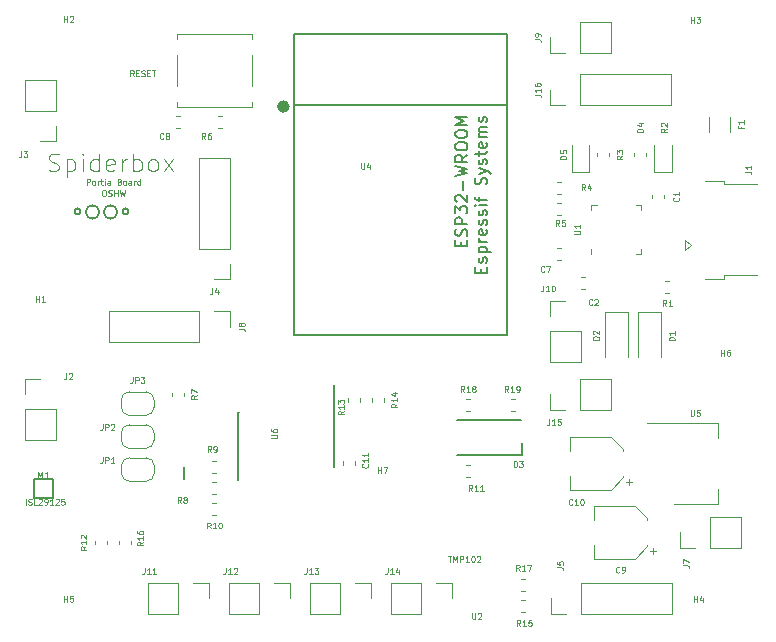
<source format=gto>
G04 #@! TF.GenerationSoftware,KiCad,Pcbnew,5.0.1-33cea8e~68~ubuntu16.04.1*
G04 #@! TF.CreationDate,2019-01-12T14:45:54-05:00*
G04 #@! TF.ProjectId,portia,706F727469612E6B696361645F706362,rev?*
G04 #@! TF.SameCoordinates,Original*
G04 #@! TF.FileFunction,Legend,Top*
G04 #@! TF.FilePolarity,Positive*
%FSLAX46Y46*%
G04 Gerber Fmt 4.6, Leading zero omitted, Abs format (unit mm)*
G04 Created by KiCad (PCBNEW 5.0.1-33cea8e~68~ubuntu16.04.1) date Sat 12 Jan 2019 14:45:54 EST*
%MOMM*%
%LPD*%
G01*
G04 APERTURE LIST*
%ADD10C,0.200000*%
%ADD11C,0.125000*%
%ADD12C,0.120000*%
%ADD13C,0.150000*%
%ADD14C,0.500000*%
%ADD15C,0.127000*%
G04 APERTURE END LIST*
D10*
X163410000Y-97514000D02*
G75*
G03X163410000Y-97514000I-254000J0D01*
G01*
X167474000Y-97514000D02*
G75*
G03X167474000Y-97514000I-254000J0D01*
G01*
X166517961Y-97573961D02*
G75*
G03X166517961Y-97573961I-567961J0D01*
G01*
X164993961Y-97573961D02*
G75*
G03X164993961Y-97573961I-567961J0D01*
G01*
D11*
X163930190Y-95270690D02*
X163930190Y-94770690D01*
X164120666Y-94770690D01*
X164168285Y-94794500D01*
X164192095Y-94818309D01*
X164215904Y-94865928D01*
X164215904Y-94937357D01*
X164192095Y-94984976D01*
X164168285Y-95008785D01*
X164120666Y-95032595D01*
X163930190Y-95032595D01*
X164501619Y-95270690D02*
X164454000Y-95246880D01*
X164430190Y-95223071D01*
X164406380Y-95175452D01*
X164406380Y-95032595D01*
X164430190Y-94984976D01*
X164454000Y-94961166D01*
X164501619Y-94937357D01*
X164573047Y-94937357D01*
X164620666Y-94961166D01*
X164644476Y-94984976D01*
X164668285Y-95032595D01*
X164668285Y-95175452D01*
X164644476Y-95223071D01*
X164620666Y-95246880D01*
X164573047Y-95270690D01*
X164501619Y-95270690D01*
X164882571Y-95270690D02*
X164882571Y-94937357D01*
X164882571Y-95032595D02*
X164906380Y-94984976D01*
X164930190Y-94961166D01*
X164977809Y-94937357D01*
X165025428Y-94937357D01*
X165120666Y-94937357D02*
X165311142Y-94937357D01*
X165192095Y-94770690D02*
X165192095Y-95199261D01*
X165215904Y-95246880D01*
X165263523Y-95270690D01*
X165311142Y-95270690D01*
X165477809Y-95270690D02*
X165477809Y-94937357D01*
X165477809Y-94770690D02*
X165454000Y-94794500D01*
X165477809Y-94818309D01*
X165501619Y-94794500D01*
X165477809Y-94770690D01*
X165477809Y-94818309D01*
X165930190Y-95270690D02*
X165930190Y-95008785D01*
X165906380Y-94961166D01*
X165858761Y-94937357D01*
X165763523Y-94937357D01*
X165715904Y-94961166D01*
X165930190Y-95246880D02*
X165882571Y-95270690D01*
X165763523Y-95270690D01*
X165715904Y-95246880D01*
X165692095Y-95199261D01*
X165692095Y-95151642D01*
X165715904Y-95104023D01*
X165763523Y-95080214D01*
X165882571Y-95080214D01*
X165930190Y-95056404D01*
X166715904Y-95008785D02*
X166787333Y-95032595D01*
X166811142Y-95056404D01*
X166834952Y-95104023D01*
X166834952Y-95175452D01*
X166811142Y-95223071D01*
X166787333Y-95246880D01*
X166739714Y-95270690D01*
X166549238Y-95270690D01*
X166549238Y-94770690D01*
X166715904Y-94770690D01*
X166763523Y-94794500D01*
X166787333Y-94818309D01*
X166811142Y-94865928D01*
X166811142Y-94913547D01*
X166787333Y-94961166D01*
X166763523Y-94984976D01*
X166715904Y-95008785D01*
X166549238Y-95008785D01*
X167120666Y-95270690D02*
X167073047Y-95246880D01*
X167049238Y-95223071D01*
X167025428Y-95175452D01*
X167025428Y-95032595D01*
X167049238Y-94984976D01*
X167073047Y-94961166D01*
X167120666Y-94937357D01*
X167192095Y-94937357D01*
X167239714Y-94961166D01*
X167263523Y-94984976D01*
X167287333Y-95032595D01*
X167287333Y-95175452D01*
X167263523Y-95223071D01*
X167239714Y-95246880D01*
X167192095Y-95270690D01*
X167120666Y-95270690D01*
X167715904Y-95270690D02*
X167715904Y-95008785D01*
X167692095Y-94961166D01*
X167644476Y-94937357D01*
X167549238Y-94937357D01*
X167501619Y-94961166D01*
X167715904Y-95246880D02*
X167668285Y-95270690D01*
X167549238Y-95270690D01*
X167501619Y-95246880D01*
X167477809Y-95199261D01*
X167477809Y-95151642D01*
X167501619Y-95104023D01*
X167549238Y-95080214D01*
X167668285Y-95080214D01*
X167715904Y-95056404D01*
X167954000Y-95270690D02*
X167954000Y-94937357D01*
X167954000Y-95032595D02*
X167977809Y-94984976D01*
X168001619Y-94961166D01*
X168049238Y-94937357D01*
X168096857Y-94937357D01*
X168477809Y-95270690D02*
X168477809Y-94770690D01*
X168477809Y-95246880D02*
X168430190Y-95270690D01*
X168334952Y-95270690D01*
X168287333Y-95246880D01*
X168263523Y-95223071D01*
X168239714Y-95175452D01*
X168239714Y-95032595D01*
X168263523Y-94984976D01*
X168287333Y-94961166D01*
X168334952Y-94937357D01*
X168430190Y-94937357D01*
X168477809Y-94961166D01*
X165370666Y-95716190D02*
X165465904Y-95716190D01*
X165513523Y-95740000D01*
X165561142Y-95787619D01*
X165584952Y-95882857D01*
X165584952Y-96049523D01*
X165561142Y-96144761D01*
X165513523Y-96192380D01*
X165465904Y-96216190D01*
X165370666Y-96216190D01*
X165323047Y-96192380D01*
X165275428Y-96144761D01*
X165251619Y-96049523D01*
X165251619Y-95882857D01*
X165275428Y-95787619D01*
X165323047Y-95740000D01*
X165370666Y-95716190D01*
X165775428Y-96192380D02*
X165846857Y-96216190D01*
X165965904Y-96216190D01*
X166013523Y-96192380D01*
X166037333Y-96168571D01*
X166061142Y-96120952D01*
X166061142Y-96073333D01*
X166037333Y-96025714D01*
X166013523Y-96001904D01*
X165965904Y-95978095D01*
X165870666Y-95954285D01*
X165823047Y-95930476D01*
X165799238Y-95906666D01*
X165775428Y-95859047D01*
X165775428Y-95811428D01*
X165799238Y-95763809D01*
X165823047Y-95740000D01*
X165870666Y-95716190D01*
X165989714Y-95716190D01*
X166061142Y-95740000D01*
X166275428Y-96216190D02*
X166275428Y-95716190D01*
X166275428Y-95954285D02*
X166561142Y-95954285D01*
X166561142Y-96216190D02*
X166561142Y-95716190D01*
X166751619Y-95716190D02*
X166870666Y-96216190D01*
X166965904Y-95859047D01*
X167061142Y-96216190D01*
X167180190Y-95716190D01*
X160735714Y-94057142D02*
X160950000Y-94128571D01*
X161307142Y-94128571D01*
X161450000Y-94057142D01*
X161521428Y-93985714D01*
X161592857Y-93842857D01*
X161592857Y-93700000D01*
X161521428Y-93557142D01*
X161450000Y-93485714D01*
X161307142Y-93414285D01*
X161021428Y-93342857D01*
X160878571Y-93271428D01*
X160807142Y-93200000D01*
X160735714Y-93057142D01*
X160735714Y-92914285D01*
X160807142Y-92771428D01*
X160878571Y-92700000D01*
X161021428Y-92628571D01*
X161378571Y-92628571D01*
X161592857Y-92700000D01*
X162235714Y-93128571D02*
X162235714Y-94628571D01*
X162235714Y-93200000D02*
X162378571Y-93128571D01*
X162664285Y-93128571D01*
X162807142Y-93200000D01*
X162878571Y-93271428D01*
X162950000Y-93414285D01*
X162950000Y-93842857D01*
X162878571Y-93985714D01*
X162807142Y-94057142D01*
X162664285Y-94128571D01*
X162378571Y-94128571D01*
X162235714Y-94057142D01*
X163592857Y-94128571D02*
X163592857Y-93128571D01*
X163592857Y-92628571D02*
X163521428Y-92700000D01*
X163592857Y-92771428D01*
X163664285Y-92700000D01*
X163592857Y-92628571D01*
X163592857Y-92771428D01*
X164950000Y-94128571D02*
X164950000Y-92628571D01*
X164950000Y-94057142D02*
X164807142Y-94128571D01*
X164521428Y-94128571D01*
X164378571Y-94057142D01*
X164307142Y-93985714D01*
X164235714Y-93842857D01*
X164235714Y-93414285D01*
X164307142Y-93271428D01*
X164378571Y-93200000D01*
X164521428Y-93128571D01*
X164807142Y-93128571D01*
X164950000Y-93200000D01*
X166235714Y-94057142D02*
X166092857Y-94128571D01*
X165807142Y-94128571D01*
X165664285Y-94057142D01*
X165592857Y-93914285D01*
X165592857Y-93342857D01*
X165664285Y-93200000D01*
X165807142Y-93128571D01*
X166092857Y-93128571D01*
X166235714Y-93200000D01*
X166307142Y-93342857D01*
X166307142Y-93485714D01*
X165592857Y-93628571D01*
X166950000Y-94128571D02*
X166950000Y-93128571D01*
X166950000Y-93414285D02*
X167021428Y-93271428D01*
X167092857Y-93200000D01*
X167235714Y-93128571D01*
X167378571Y-93128571D01*
X167878571Y-94128571D02*
X167878571Y-92628571D01*
X167878571Y-93200000D02*
X168021428Y-93128571D01*
X168307142Y-93128571D01*
X168450000Y-93200000D01*
X168521428Y-93271428D01*
X168592857Y-93414285D01*
X168592857Y-93842857D01*
X168521428Y-93985714D01*
X168450000Y-94057142D01*
X168307142Y-94128571D01*
X168021428Y-94128571D01*
X167878571Y-94057142D01*
X169450000Y-94128571D02*
X169307142Y-94057142D01*
X169235714Y-93985714D01*
X169164285Y-93842857D01*
X169164285Y-93414285D01*
X169235714Y-93271428D01*
X169307142Y-93200000D01*
X169450000Y-93128571D01*
X169664285Y-93128571D01*
X169807142Y-93200000D01*
X169878571Y-93271428D01*
X169950000Y-93414285D01*
X169950000Y-93842857D01*
X169878571Y-93985714D01*
X169807142Y-94057142D01*
X169664285Y-94128571D01*
X169450000Y-94128571D01*
X170450000Y-94128571D02*
X171235714Y-93128571D01*
X170450000Y-93128571D02*
X171235714Y-94128571D01*
D10*
X184912000Y-112246000D02*
X184912000Y-118342000D01*
X172186500Y-120142000D02*
X172186500Y-119888000D01*
X172186500Y-119126000D02*
X172186500Y-120142000D01*
D12*
G04 #@! TO.C,RESET*
X177902000Y-88248000D02*
X177902000Y-88698000D01*
X171602000Y-88698000D02*
X171602000Y-88248000D01*
X177902000Y-88698000D02*
X171602000Y-88698000D01*
X171602000Y-86948000D02*
X171602000Y-84248000D01*
X177902000Y-84248000D02*
X177902000Y-86948000D01*
X171602000Y-82498000D02*
X171602000Y-82898000D01*
X177902000Y-82498000D02*
X171602000Y-82498000D01*
X177902000Y-82948000D02*
X177902000Y-82498000D01*
G04 #@! TO.C,J2*
X158690000Y-116878000D02*
X161350000Y-116878000D01*
X158690000Y-114278000D02*
X158690000Y-116878000D01*
X161350000Y-114278000D02*
X161350000Y-116878000D01*
X158690000Y-114278000D02*
X161350000Y-114278000D01*
X158690000Y-113008000D02*
X158690000Y-111678000D01*
X158690000Y-111678000D02*
X160020000Y-111678000D01*
G04 #@! TO.C,J5*
X213508000Y-131610000D02*
X213508000Y-128950000D01*
X205828000Y-131610000D02*
X213508000Y-131610000D01*
X205828000Y-128950000D02*
X213508000Y-128950000D01*
X205828000Y-131610000D02*
X205828000Y-128950000D01*
X204558000Y-131610000D02*
X203228000Y-131610000D01*
X203228000Y-131610000D02*
X203228000Y-130280000D01*
G04 #@! TO.C,R10*
X174914779Y-123220500D02*
X174589221Y-123220500D01*
X174914779Y-122200500D02*
X174589221Y-122200500D01*
D13*
G04 #@! TO.C,D3*
X200813500Y-117170000D02*
X200813500Y-118170000D01*
X195313500Y-118170000D02*
X200813500Y-118170000D01*
X195313500Y-115170000D02*
X200713500Y-115170000D01*
D12*
G04 #@! TO.C,R19*
X200208279Y-113366000D02*
X199882721Y-113366000D01*
X200208279Y-114386000D02*
X199882721Y-114386000D01*
G04 #@! TO.C,R18*
X196072721Y-114386000D02*
X196398279Y-114386000D01*
X196072721Y-113366000D02*
X196398279Y-113366000D01*
D13*
G04 #@! TO.C,U4*
X199500000Y-82500000D02*
X181500000Y-82500000D01*
X199500000Y-108000000D02*
X181500000Y-108000000D01*
X199500000Y-82500000D02*
X199500000Y-108000000D01*
X181500000Y-82500000D02*
X181500000Y-108000000D01*
X199500000Y-88500000D02*
X181500000Y-88500000D01*
D14*
X180877981Y-88646000D02*
G75*
G03X180877981Y-88646000I-283981J0D01*
G01*
D12*
G04 #@! TO.C,J9*
X203140000Y-84112000D02*
X203140000Y-82782000D01*
X204470000Y-84112000D02*
X203140000Y-84112000D01*
X205740000Y-84112000D02*
X205740000Y-81452000D01*
X205740000Y-81452000D02*
X208340000Y-81452000D01*
X205740000Y-84112000D02*
X208340000Y-84112000D01*
X208340000Y-84112000D02*
X208340000Y-81452000D01*
G04 #@! TO.C,J10*
X203140000Y-105074000D02*
X204470000Y-105074000D01*
X203140000Y-106404000D02*
X203140000Y-105074000D01*
X203140000Y-107674000D02*
X205800000Y-107674000D01*
X205800000Y-107674000D02*
X205800000Y-110274000D01*
X203140000Y-107674000D02*
X203140000Y-110274000D01*
X203140000Y-110274000D02*
X205800000Y-110274000D01*
G04 #@! TO.C,J15*
X203140000Y-114338000D02*
X203140000Y-113008000D01*
X204470000Y-114338000D02*
X203140000Y-114338000D01*
X205740000Y-114338000D02*
X205740000Y-111678000D01*
X205740000Y-111678000D02*
X208340000Y-111678000D01*
X205740000Y-114338000D02*
X208340000Y-114338000D01*
X208340000Y-114338000D02*
X208340000Y-111678000D01*
G04 #@! TO.C,J4*
X176082000Y-103289000D02*
X174752000Y-103289000D01*
X176082000Y-101959000D02*
X176082000Y-103289000D01*
X176082000Y-100689000D02*
X173422000Y-100689000D01*
X173422000Y-100689000D02*
X173422000Y-93009000D01*
X176082000Y-100689000D02*
X176082000Y-93009000D01*
X176082000Y-93009000D02*
X173422000Y-93009000D01*
G04 #@! TO.C,J8*
X176082000Y-105963000D02*
X176082000Y-107293000D01*
X174752000Y-105963000D02*
X176082000Y-105963000D01*
X173482000Y-105963000D02*
X173482000Y-108623000D01*
X173482000Y-108623000D02*
X165802000Y-108623000D01*
X173482000Y-105963000D02*
X165802000Y-105963000D01*
X165802000Y-105963000D02*
X165802000Y-108623000D01*
G04 #@! TO.C,J16*
X203140000Y-88557000D02*
X203140000Y-87227000D01*
X204470000Y-88557000D02*
X203140000Y-88557000D01*
X205740000Y-88557000D02*
X205740000Y-85897000D01*
X205740000Y-85897000D02*
X213420000Y-85897000D01*
X205740000Y-88557000D02*
X213420000Y-88557000D01*
X213420000Y-88557000D02*
X213420000Y-85897000D01*
G04 #@! TO.C,R16*
X167663000Y-125722779D02*
X167663000Y-125397221D01*
X166643000Y-125722779D02*
X166643000Y-125397221D01*
G04 #@! TO.C,R12*
X165631000Y-125722779D02*
X165631000Y-125397221D01*
X164611000Y-125722779D02*
X164611000Y-125397221D01*
G04 #@! TO.C,R15*
X200751221Y-131425000D02*
X201076779Y-131425000D01*
X200751221Y-130405000D02*
X201076779Y-130405000D01*
G04 #@! TO.C,R17*
X200751221Y-129647000D02*
X201076779Y-129647000D01*
X200751221Y-128627000D02*
X201076779Y-128627000D01*
D15*
G04 #@! TO.C,M1*
X161117960Y-120165040D02*
X159472040Y-120165040D01*
X159472040Y-120165040D02*
X159472040Y-121810960D01*
X161117960Y-121810960D02*
X159472040Y-121810960D01*
X161117960Y-120165040D02*
X161117960Y-121810960D01*
D12*
G04 #@! TO.C,C9*
X211880000Y-126502000D02*
X211880000Y-126002000D01*
X212130000Y-126252000D02*
X211630000Y-126252000D01*
X211390000Y-123496437D02*
X210325563Y-122432000D01*
X211390000Y-125887563D02*
X210325563Y-126952000D01*
X211390000Y-125887563D02*
X211390000Y-125752000D01*
X211390000Y-123496437D02*
X211390000Y-123632000D01*
X210325563Y-122432000D02*
X206870000Y-122432000D01*
X210325563Y-126952000D02*
X206870000Y-126952000D01*
X206870000Y-126952000D02*
X206870000Y-125752000D01*
X206870000Y-122432000D02*
X206870000Y-123632000D01*
G04 #@! TO.C,F1*
X216602000Y-89567936D02*
X216602000Y-90772064D01*
X218422000Y-89567936D02*
X218422000Y-90772064D01*
G04 #@! TO.C,R13*
X186046000Y-113311721D02*
X186046000Y-113637279D01*
X187066000Y-113311721D02*
X187066000Y-113637279D01*
G04 #@! TO.C,R14*
X188078000Y-113311721D02*
X188078000Y-113637279D01*
X189098000Y-113311721D02*
X189098000Y-113637279D01*
G04 #@! TO.C,J13*
X188020000Y-128950000D02*
X188020000Y-130280000D01*
X186690000Y-128950000D02*
X188020000Y-128950000D01*
X185420000Y-128950000D02*
X185420000Y-131610000D01*
X185420000Y-131610000D02*
X182820000Y-131610000D01*
X185420000Y-128950000D02*
X182820000Y-128950000D01*
X182820000Y-128950000D02*
X182820000Y-131610000D01*
G04 #@! TO.C,D1*
X212582000Y-106004000D02*
X212582000Y-109854000D01*
X210582000Y-106004000D02*
X210582000Y-109854000D01*
X212582000Y-106004000D02*
X210582000Y-106004000D01*
G04 #@! TO.C,D2*
X209788000Y-106004000D02*
X209788000Y-109854000D01*
X207788000Y-106004000D02*
X207788000Y-109854000D01*
X209788000Y-106004000D02*
X207788000Y-106004000D01*
G04 #@! TO.C,C1*
X212854000Y-96428779D02*
X212854000Y-96103221D01*
X211834000Y-96428779D02*
X211834000Y-96103221D01*
G04 #@! TO.C,C2*
X205831221Y-104120000D02*
X206156779Y-104120000D01*
X205831221Y-103100000D02*
X206156779Y-103100000D01*
G04 #@! TO.C,C7*
X203799221Y-101602000D02*
X204124779Y-101602000D01*
X203799221Y-100582000D02*
X204124779Y-100582000D01*
G04 #@! TO.C,C8*
X171541221Y-90426000D02*
X171866779Y-90426000D01*
X171541221Y-89406000D02*
X171866779Y-89406000D01*
G04 #@! TO.C,C10*
X209848000Y-120660000D02*
X209848000Y-120160000D01*
X210098000Y-120410000D02*
X209598000Y-120410000D01*
X209358000Y-117654437D02*
X208293563Y-116590000D01*
X209358000Y-120045563D02*
X208293563Y-121110000D01*
X209358000Y-120045563D02*
X209358000Y-119910000D01*
X209358000Y-117654437D02*
X209358000Y-117790000D01*
X208293563Y-116590000D02*
X204838000Y-116590000D01*
X208293563Y-121110000D02*
X204838000Y-121110000D01*
X204838000Y-121110000D02*
X204838000Y-119910000D01*
X204838000Y-116590000D02*
X204838000Y-117790000D01*
G04 #@! TO.C,C11*
X185672000Y-118687221D02*
X185672000Y-119012779D01*
X186692000Y-118687221D02*
X186692000Y-119012779D01*
G04 #@! TO.C,D4*
X213460000Y-94195000D02*
X213460000Y-91910000D01*
X211990000Y-94195000D02*
X213460000Y-94195000D01*
X211990000Y-91910000D02*
X211990000Y-94195000D01*
G04 #@! TO.C,D5*
X206475000Y-94195000D02*
X206475000Y-91910000D01*
X205005000Y-94195000D02*
X206475000Y-94195000D01*
X205005000Y-91910000D02*
X205005000Y-94195000D01*
G04 #@! TO.C,J1*
X215067000Y-100385000D02*
X214617000Y-100785000D01*
X214617000Y-100785000D02*
X214617000Y-99985000D01*
X214617000Y-99985000D02*
X215067000Y-100385000D01*
X220667000Y-95235000D02*
X217867000Y-95235000D01*
X217867000Y-95235000D02*
X217867000Y-94935000D01*
X217867000Y-94935000D02*
X216317000Y-94935000D01*
X220667000Y-102935000D02*
X217867000Y-102935000D01*
X217867000Y-103235000D02*
X217867000Y-102935000D01*
X217867000Y-103235000D02*
X216317000Y-103235000D01*
G04 #@! TO.C,J3*
X161350000Y-91605000D02*
X160020000Y-91605000D01*
X161350000Y-90275000D02*
X161350000Y-91605000D01*
X161350000Y-89005000D02*
X158690000Y-89005000D01*
X158690000Y-89005000D02*
X158690000Y-86405000D01*
X161350000Y-89005000D02*
X161350000Y-86405000D01*
X161350000Y-86405000D02*
X158690000Y-86405000D01*
G04 #@! TO.C,J7*
X214150000Y-126022000D02*
X214150000Y-124692000D01*
X215480000Y-126022000D02*
X214150000Y-126022000D01*
X216750000Y-126022000D02*
X216750000Y-123362000D01*
X216750000Y-123362000D02*
X219350000Y-123362000D01*
X216750000Y-126022000D02*
X219350000Y-126022000D01*
X219350000Y-126022000D02*
X219350000Y-123362000D01*
G04 #@! TO.C,J11*
X174304000Y-128950000D02*
X174304000Y-130280000D01*
X172974000Y-128950000D02*
X174304000Y-128950000D01*
X171704000Y-128950000D02*
X171704000Y-131610000D01*
X171704000Y-131610000D02*
X169104000Y-131610000D01*
X171704000Y-128950000D02*
X169104000Y-128950000D01*
X169104000Y-128950000D02*
X169104000Y-131610000D01*
G04 #@! TO.C,J12*
X181162000Y-128950000D02*
X181162000Y-130280000D01*
X179832000Y-128950000D02*
X181162000Y-128950000D01*
X178562000Y-128950000D02*
X178562000Y-131610000D01*
X178562000Y-131610000D02*
X175962000Y-131610000D01*
X178562000Y-128950000D02*
X175962000Y-128950000D01*
X175962000Y-128950000D02*
X175962000Y-131610000D01*
G04 #@! TO.C,J14*
X194878000Y-128950000D02*
X194878000Y-130280000D01*
X193548000Y-128950000D02*
X194878000Y-128950000D01*
X192278000Y-128950000D02*
X192278000Y-131610000D01*
X192278000Y-131610000D02*
X189678000Y-131610000D01*
X192278000Y-128950000D02*
X189678000Y-128950000D01*
X189678000Y-128950000D02*
X189678000Y-131610000D01*
G04 #@! TO.C,JP1*
X168964500Y-120380000D02*
X167564500Y-120380000D01*
X166864500Y-119680000D02*
X166864500Y-119080000D01*
X167564500Y-118380000D02*
X168964500Y-118380000D01*
X169664500Y-119080000D02*
X169664500Y-119680000D01*
X169664500Y-119680000D02*
G75*
G02X168964500Y-120380000I-700000J0D01*
G01*
X168964500Y-118380000D02*
G75*
G02X169664500Y-119080000I0J-700000D01*
G01*
X166864500Y-119080000D02*
G75*
G02X167564500Y-118380000I700000J0D01*
G01*
X167564500Y-120380000D02*
G75*
G02X166864500Y-119680000I0J700000D01*
G01*
G04 #@! TO.C,JP2*
X168949500Y-117586000D02*
X167549500Y-117586000D01*
X166849500Y-116886000D02*
X166849500Y-116286000D01*
X167549500Y-115586000D02*
X168949500Y-115586000D01*
X169649500Y-116286000D02*
X169649500Y-116886000D01*
X169649500Y-116886000D02*
G75*
G02X168949500Y-117586000I-700000J0D01*
G01*
X168949500Y-115586000D02*
G75*
G02X169649500Y-116286000I0J-700000D01*
G01*
X166849500Y-116286000D02*
G75*
G02X167549500Y-115586000I700000J0D01*
G01*
X167549500Y-117586000D02*
G75*
G02X166849500Y-116886000I0J700000D01*
G01*
G04 #@! TO.C,JP3*
X168949500Y-114792000D02*
X167549500Y-114792000D01*
X166849500Y-114092000D02*
X166849500Y-113492000D01*
X167549500Y-112792000D02*
X168949500Y-112792000D01*
X169649500Y-113492000D02*
X169649500Y-114092000D01*
X169649500Y-114092000D02*
G75*
G02X168949500Y-114792000I-700000J0D01*
G01*
X168949500Y-112792000D02*
G75*
G02X169649500Y-113492000I0J-700000D01*
G01*
X166849500Y-113492000D02*
G75*
G02X167549500Y-112792000I700000J0D01*
G01*
X167549500Y-114792000D02*
G75*
G02X166849500Y-114092000I0J700000D01*
G01*
G04 #@! TO.C,R1*
X213268779Y-103376000D02*
X212943221Y-103376000D01*
X213268779Y-104396000D02*
X212943221Y-104396000D01*
G04 #@! TO.C,R2*
X210310000Y-92547221D02*
X210310000Y-92872779D01*
X211330000Y-92547221D02*
X211330000Y-92872779D01*
G04 #@! TO.C,R3*
X207135000Y-92547221D02*
X207135000Y-92872779D01*
X208155000Y-92547221D02*
X208155000Y-92872779D01*
G04 #@! TO.C,R4*
X203799221Y-96014000D02*
X204124779Y-96014000D01*
X203799221Y-94994000D02*
X204124779Y-94994000D01*
G04 #@! TO.C,R5*
X203799221Y-97792000D02*
X204124779Y-97792000D01*
X203799221Y-96772000D02*
X204124779Y-96772000D01*
G04 #@! TO.C,R6*
X175422779Y-89406000D02*
X175097221Y-89406000D01*
X175422779Y-90426000D02*
X175097221Y-90426000D01*
G04 #@! TO.C,R7*
X172188500Y-113192779D02*
X172188500Y-112867221D01*
X171168500Y-113192779D02*
X171168500Y-112867221D01*
G04 #@! TO.C,R8*
X174914779Y-120394000D02*
X174589221Y-120394000D01*
X174914779Y-121414000D02*
X174589221Y-121414000D01*
G04 #@! TO.C,R9*
X174914779Y-118616000D02*
X174589221Y-118616000D01*
X174914779Y-119636000D02*
X174589221Y-119636000D01*
G04 #@! TO.C,R11*
X196072721Y-119974000D02*
X196398279Y-119974000D01*
X196072721Y-118954000D02*
X196398279Y-118954000D01*
G04 #@! TO.C,U1*
X206678000Y-100695000D02*
X206678000Y-101170000D01*
X210898000Y-96950000D02*
X210423000Y-96950000D01*
X210898000Y-97425000D02*
X210898000Y-96950000D01*
X210898000Y-101170000D02*
X210423000Y-101170000D01*
X210898000Y-100695000D02*
X210898000Y-101170000D01*
X206678000Y-96950000D02*
X207153000Y-96950000D01*
X206678000Y-97425000D02*
X206678000Y-96950000D01*
G04 #@! TO.C,U5*
X211380000Y-115440000D02*
X217390000Y-115440000D01*
X213630000Y-122260000D02*
X217390000Y-122260000D01*
X217390000Y-115440000D02*
X217390000Y-116700000D01*
X217390000Y-122260000D02*
X217390000Y-121000000D01*
D13*
G04 #@! TO.C,U6*
X184873000Y-119165000D02*
X184873000Y-114515000D01*
X176773000Y-120240000D02*
X176773000Y-114515000D01*
X184873000Y-119165000D02*
X184848000Y-119165000D01*
X184873000Y-114515000D02*
X184848000Y-114515000D01*
X176823000Y-114515000D02*
X176848000Y-114515000D01*
G04 #@! TO.C,RESET*
D11*
X167929809Y-86078190D02*
X167763142Y-85840095D01*
X167644095Y-86078190D02*
X167644095Y-85578190D01*
X167834571Y-85578190D01*
X167882190Y-85602000D01*
X167906000Y-85625809D01*
X167929809Y-85673428D01*
X167929809Y-85744857D01*
X167906000Y-85792476D01*
X167882190Y-85816285D01*
X167834571Y-85840095D01*
X167644095Y-85840095D01*
X168144095Y-85816285D02*
X168310761Y-85816285D01*
X168382190Y-86078190D02*
X168144095Y-86078190D01*
X168144095Y-85578190D01*
X168382190Y-85578190D01*
X168572666Y-86054380D02*
X168644095Y-86078190D01*
X168763142Y-86078190D01*
X168810761Y-86054380D01*
X168834571Y-86030571D01*
X168858380Y-85982952D01*
X168858380Y-85935333D01*
X168834571Y-85887714D01*
X168810761Y-85863904D01*
X168763142Y-85840095D01*
X168667904Y-85816285D01*
X168620285Y-85792476D01*
X168596476Y-85768666D01*
X168572666Y-85721047D01*
X168572666Y-85673428D01*
X168596476Y-85625809D01*
X168620285Y-85602000D01*
X168667904Y-85578190D01*
X168786952Y-85578190D01*
X168858380Y-85602000D01*
X169072666Y-85816285D02*
X169239333Y-85816285D01*
X169310761Y-86078190D02*
X169072666Y-86078190D01*
X169072666Y-85578190D01*
X169310761Y-85578190D01*
X169453619Y-85578190D02*
X169739333Y-85578190D01*
X169596476Y-86078190D02*
X169596476Y-85578190D01*
G04 #@! TO.C,J2*
X162227333Y-111210190D02*
X162227333Y-111567333D01*
X162203523Y-111638761D01*
X162155904Y-111686380D01*
X162084476Y-111710190D01*
X162036857Y-111710190D01*
X162441619Y-111257809D02*
X162465428Y-111234000D01*
X162513047Y-111210190D01*
X162632095Y-111210190D01*
X162679714Y-111234000D01*
X162703523Y-111257809D01*
X162727333Y-111305428D01*
X162727333Y-111353047D01*
X162703523Y-111424476D01*
X162417809Y-111710190D01*
X162727333Y-111710190D01*
G04 #@! TO.C,J5*
X203776190Y-127652666D02*
X204133333Y-127652666D01*
X204204761Y-127676476D01*
X204252380Y-127724095D01*
X204276190Y-127795523D01*
X204276190Y-127843142D01*
X203776190Y-127176476D02*
X203776190Y-127414571D01*
X204014285Y-127438380D01*
X203990476Y-127414571D01*
X203966666Y-127366952D01*
X203966666Y-127247904D01*
X203990476Y-127200285D01*
X204014285Y-127176476D01*
X204061904Y-127152666D01*
X204180952Y-127152666D01*
X204228571Y-127176476D01*
X204252380Y-127200285D01*
X204276190Y-127247904D01*
X204276190Y-127366952D01*
X204252380Y-127414571D01*
X204228571Y-127438380D01*
G04 #@! TO.C,R10*
X174430571Y-124366690D02*
X174263904Y-124128595D01*
X174144857Y-124366690D02*
X174144857Y-123866690D01*
X174335333Y-123866690D01*
X174382952Y-123890500D01*
X174406761Y-123914309D01*
X174430571Y-123961928D01*
X174430571Y-124033357D01*
X174406761Y-124080976D01*
X174382952Y-124104785D01*
X174335333Y-124128595D01*
X174144857Y-124128595D01*
X174906761Y-124366690D02*
X174621047Y-124366690D01*
X174763904Y-124366690D02*
X174763904Y-123866690D01*
X174716285Y-123938119D01*
X174668666Y-123985738D01*
X174621047Y-124009547D01*
X175216285Y-123866690D02*
X175263904Y-123866690D01*
X175311523Y-123890500D01*
X175335333Y-123914309D01*
X175359142Y-123961928D01*
X175382952Y-124057166D01*
X175382952Y-124176214D01*
X175359142Y-124271452D01*
X175335333Y-124319071D01*
X175311523Y-124342880D01*
X175263904Y-124366690D01*
X175216285Y-124366690D01*
X175168666Y-124342880D01*
X175144857Y-124319071D01*
X175121047Y-124271452D01*
X175097238Y-124176214D01*
X175097238Y-124057166D01*
X175121047Y-123961928D01*
X175144857Y-123914309D01*
X175168666Y-123890500D01*
X175216285Y-123866690D01*
G04 #@! TO.C,D3*
X200102952Y-119162190D02*
X200102952Y-118662190D01*
X200222000Y-118662190D01*
X200293428Y-118686000D01*
X200341047Y-118733619D01*
X200364857Y-118781238D01*
X200388666Y-118876476D01*
X200388666Y-118947904D01*
X200364857Y-119043142D01*
X200341047Y-119090761D01*
X200293428Y-119138380D01*
X200222000Y-119162190D01*
X200102952Y-119162190D01*
X200555333Y-118662190D02*
X200864857Y-118662190D01*
X200698190Y-118852666D01*
X200769619Y-118852666D01*
X200817238Y-118876476D01*
X200841047Y-118900285D01*
X200864857Y-118947904D01*
X200864857Y-119066952D01*
X200841047Y-119114571D01*
X200817238Y-119138380D01*
X200769619Y-119162190D01*
X200626761Y-119162190D01*
X200579142Y-119138380D01*
X200555333Y-119114571D01*
G04 #@! TO.C,R19*
X199642571Y-112812190D02*
X199475904Y-112574095D01*
X199356857Y-112812190D02*
X199356857Y-112312190D01*
X199547333Y-112312190D01*
X199594952Y-112336000D01*
X199618761Y-112359809D01*
X199642571Y-112407428D01*
X199642571Y-112478857D01*
X199618761Y-112526476D01*
X199594952Y-112550285D01*
X199547333Y-112574095D01*
X199356857Y-112574095D01*
X200118761Y-112812190D02*
X199833047Y-112812190D01*
X199975904Y-112812190D02*
X199975904Y-112312190D01*
X199928285Y-112383619D01*
X199880666Y-112431238D01*
X199833047Y-112455047D01*
X200356857Y-112812190D02*
X200452095Y-112812190D01*
X200499714Y-112788380D01*
X200523523Y-112764571D01*
X200571142Y-112693142D01*
X200594952Y-112597904D01*
X200594952Y-112407428D01*
X200571142Y-112359809D01*
X200547333Y-112336000D01*
X200499714Y-112312190D01*
X200404476Y-112312190D01*
X200356857Y-112336000D01*
X200333047Y-112359809D01*
X200309238Y-112407428D01*
X200309238Y-112526476D01*
X200333047Y-112574095D01*
X200356857Y-112597904D01*
X200404476Y-112621714D01*
X200499714Y-112621714D01*
X200547333Y-112597904D01*
X200571142Y-112574095D01*
X200594952Y-112526476D01*
G04 #@! TO.C,R18*
X195914071Y-112812190D02*
X195747404Y-112574095D01*
X195628357Y-112812190D02*
X195628357Y-112312190D01*
X195818833Y-112312190D01*
X195866452Y-112336000D01*
X195890261Y-112359809D01*
X195914071Y-112407428D01*
X195914071Y-112478857D01*
X195890261Y-112526476D01*
X195866452Y-112550285D01*
X195818833Y-112574095D01*
X195628357Y-112574095D01*
X196390261Y-112812190D02*
X196104547Y-112812190D01*
X196247404Y-112812190D02*
X196247404Y-112312190D01*
X196199785Y-112383619D01*
X196152166Y-112431238D01*
X196104547Y-112455047D01*
X196675976Y-112526476D02*
X196628357Y-112502666D01*
X196604547Y-112478857D01*
X196580738Y-112431238D01*
X196580738Y-112407428D01*
X196604547Y-112359809D01*
X196628357Y-112336000D01*
X196675976Y-112312190D01*
X196771214Y-112312190D01*
X196818833Y-112336000D01*
X196842642Y-112359809D01*
X196866452Y-112407428D01*
X196866452Y-112431238D01*
X196842642Y-112478857D01*
X196818833Y-112502666D01*
X196771214Y-112526476D01*
X196675976Y-112526476D01*
X196628357Y-112550285D01*
X196604547Y-112574095D01*
X196580738Y-112621714D01*
X196580738Y-112716952D01*
X196604547Y-112764571D01*
X196628357Y-112788380D01*
X196675976Y-112812190D01*
X196771214Y-112812190D01*
X196818833Y-112788380D01*
X196842642Y-112764571D01*
X196866452Y-112716952D01*
X196866452Y-112621714D01*
X196842642Y-112574095D01*
X196818833Y-112550285D01*
X196771214Y-112526476D01*
G04 #@! TO.C,H7*
X188595047Y-119648190D02*
X188595047Y-119148190D01*
X188595047Y-119386285D02*
X188880761Y-119386285D01*
X188880761Y-119648190D02*
X188880761Y-119148190D01*
X189071238Y-119148190D02*
X189404571Y-119148190D01*
X189190285Y-119648190D01*
G04 #@! TO.C,U4*
X187159047Y-93430190D02*
X187159047Y-93834952D01*
X187182857Y-93882571D01*
X187206666Y-93906380D01*
X187254285Y-93930190D01*
X187349523Y-93930190D01*
X187397142Y-93906380D01*
X187420952Y-93882571D01*
X187444761Y-93834952D01*
X187444761Y-93430190D01*
X187897142Y-93596857D02*
X187897142Y-93930190D01*
X187778095Y-93406380D02*
X187659047Y-93763523D01*
X187968571Y-93763523D01*
D13*
X195635571Y-100448380D02*
X195635571Y-100115047D01*
X196159380Y-99972190D02*
X196159380Y-100448380D01*
X195159380Y-100448380D01*
X195159380Y-99972190D01*
X196111761Y-99591238D02*
X196159380Y-99448380D01*
X196159380Y-99210285D01*
X196111761Y-99115047D01*
X196064142Y-99067428D01*
X195968904Y-99019809D01*
X195873666Y-99019809D01*
X195778428Y-99067428D01*
X195730809Y-99115047D01*
X195683190Y-99210285D01*
X195635571Y-99400761D01*
X195587952Y-99496000D01*
X195540333Y-99543619D01*
X195445095Y-99591238D01*
X195349857Y-99591238D01*
X195254619Y-99543619D01*
X195207000Y-99496000D01*
X195159380Y-99400761D01*
X195159380Y-99162666D01*
X195207000Y-99019809D01*
X196159380Y-98591238D02*
X195159380Y-98591238D01*
X195159380Y-98210285D01*
X195207000Y-98115047D01*
X195254619Y-98067428D01*
X195349857Y-98019809D01*
X195492714Y-98019809D01*
X195587952Y-98067428D01*
X195635571Y-98115047D01*
X195683190Y-98210285D01*
X195683190Y-98591238D01*
X195159380Y-97686476D02*
X195159380Y-97067428D01*
X195540333Y-97400761D01*
X195540333Y-97257904D01*
X195587952Y-97162666D01*
X195635571Y-97115047D01*
X195730809Y-97067428D01*
X195968904Y-97067428D01*
X196064142Y-97115047D01*
X196111761Y-97162666D01*
X196159380Y-97257904D01*
X196159380Y-97543619D01*
X196111761Y-97638857D01*
X196064142Y-97686476D01*
X195254619Y-96686476D02*
X195207000Y-96638857D01*
X195159380Y-96543619D01*
X195159380Y-96305523D01*
X195207000Y-96210285D01*
X195254619Y-96162666D01*
X195349857Y-96115047D01*
X195445095Y-96115047D01*
X195587952Y-96162666D01*
X196159380Y-96734095D01*
X196159380Y-96115047D01*
X195778428Y-95686476D02*
X195778428Y-94924571D01*
X195159380Y-94543619D02*
X196159380Y-94305523D01*
X195445095Y-94115047D01*
X196159380Y-93924571D01*
X195159380Y-93686476D01*
X196159380Y-92734095D02*
X195683190Y-93067428D01*
X196159380Y-93305523D02*
X195159380Y-93305523D01*
X195159380Y-92924571D01*
X195207000Y-92829333D01*
X195254619Y-92781714D01*
X195349857Y-92734095D01*
X195492714Y-92734095D01*
X195587952Y-92781714D01*
X195635571Y-92829333D01*
X195683190Y-92924571D01*
X195683190Y-93305523D01*
X195159380Y-92115047D02*
X195159380Y-91924571D01*
X195207000Y-91829333D01*
X195302238Y-91734095D01*
X195492714Y-91686476D01*
X195826047Y-91686476D01*
X196016523Y-91734095D01*
X196111761Y-91829333D01*
X196159380Y-91924571D01*
X196159380Y-92115047D01*
X196111761Y-92210285D01*
X196016523Y-92305523D01*
X195826047Y-92353142D01*
X195492714Y-92353142D01*
X195302238Y-92305523D01*
X195207000Y-92210285D01*
X195159380Y-92115047D01*
X195159380Y-91067428D02*
X195159380Y-90876952D01*
X195207000Y-90781714D01*
X195302238Y-90686476D01*
X195492714Y-90638857D01*
X195826047Y-90638857D01*
X196016523Y-90686476D01*
X196111761Y-90781714D01*
X196159380Y-90876952D01*
X196159380Y-91067428D01*
X196111761Y-91162666D01*
X196016523Y-91257904D01*
X195826047Y-91305523D01*
X195492714Y-91305523D01*
X195302238Y-91257904D01*
X195207000Y-91162666D01*
X195159380Y-91067428D01*
X196159380Y-90210285D02*
X195159380Y-90210285D01*
X195873666Y-89876952D01*
X195159380Y-89543619D01*
X196159380Y-89543619D01*
X197286571Y-102710428D02*
X197286571Y-102377095D01*
X197810380Y-102234238D02*
X197810380Y-102710428D01*
X196810380Y-102710428D01*
X196810380Y-102234238D01*
X197762761Y-101853285D02*
X197810380Y-101758047D01*
X197810380Y-101567571D01*
X197762761Y-101472333D01*
X197667523Y-101424714D01*
X197619904Y-101424714D01*
X197524666Y-101472333D01*
X197477047Y-101567571D01*
X197477047Y-101710428D01*
X197429428Y-101805666D01*
X197334190Y-101853285D01*
X197286571Y-101853285D01*
X197191333Y-101805666D01*
X197143714Y-101710428D01*
X197143714Y-101567571D01*
X197191333Y-101472333D01*
X197143714Y-100996142D02*
X198143714Y-100996142D01*
X197191333Y-100996142D02*
X197143714Y-100900904D01*
X197143714Y-100710428D01*
X197191333Y-100615190D01*
X197238952Y-100567571D01*
X197334190Y-100519952D01*
X197619904Y-100519952D01*
X197715142Y-100567571D01*
X197762761Y-100615190D01*
X197810380Y-100710428D01*
X197810380Y-100900904D01*
X197762761Y-100996142D01*
X197810380Y-100091380D02*
X197143714Y-100091380D01*
X197334190Y-100091380D02*
X197238952Y-100043761D01*
X197191333Y-99996142D01*
X197143714Y-99900904D01*
X197143714Y-99805666D01*
X197762761Y-99091380D02*
X197810380Y-99186619D01*
X197810380Y-99377095D01*
X197762761Y-99472333D01*
X197667523Y-99519952D01*
X197286571Y-99519952D01*
X197191333Y-99472333D01*
X197143714Y-99377095D01*
X197143714Y-99186619D01*
X197191333Y-99091380D01*
X197286571Y-99043761D01*
X197381809Y-99043761D01*
X197477047Y-99519952D01*
X197762761Y-98662809D02*
X197810380Y-98567571D01*
X197810380Y-98377095D01*
X197762761Y-98281857D01*
X197667523Y-98234238D01*
X197619904Y-98234238D01*
X197524666Y-98281857D01*
X197477047Y-98377095D01*
X197477047Y-98519952D01*
X197429428Y-98615190D01*
X197334190Y-98662809D01*
X197286571Y-98662809D01*
X197191333Y-98615190D01*
X197143714Y-98519952D01*
X197143714Y-98377095D01*
X197191333Y-98281857D01*
X197762761Y-97853285D02*
X197810380Y-97758047D01*
X197810380Y-97567571D01*
X197762761Y-97472333D01*
X197667523Y-97424714D01*
X197619904Y-97424714D01*
X197524666Y-97472333D01*
X197477047Y-97567571D01*
X197477047Y-97710428D01*
X197429428Y-97805666D01*
X197334190Y-97853285D01*
X197286571Y-97853285D01*
X197191333Y-97805666D01*
X197143714Y-97710428D01*
X197143714Y-97567571D01*
X197191333Y-97472333D01*
X197810380Y-96996142D02*
X197143714Y-96996142D01*
X196810380Y-96996142D02*
X196858000Y-97043761D01*
X196905619Y-96996142D01*
X196858000Y-96948523D01*
X196810380Y-96996142D01*
X196905619Y-96996142D01*
X197143714Y-96662809D02*
X197143714Y-96281857D01*
X197810380Y-96519952D02*
X196953238Y-96519952D01*
X196858000Y-96472333D01*
X196810380Y-96377095D01*
X196810380Y-96281857D01*
X197762761Y-95234238D02*
X197810380Y-95091380D01*
X197810380Y-94853285D01*
X197762761Y-94758047D01*
X197715142Y-94710428D01*
X197619904Y-94662809D01*
X197524666Y-94662809D01*
X197429428Y-94710428D01*
X197381809Y-94758047D01*
X197334190Y-94853285D01*
X197286571Y-95043761D01*
X197238952Y-95139000D01*
X197191333Y-95186619D01*
X197096095Y-95234238D01*
X197000857Y-95234238D01*
X196905619Y-95186619D01*
X196858000Y-95139000D01*
X196810380Y-95043761D01*
X196810380Y-94805666D01*
X196858000Y-94662809D01*
X197143714Y-94329476D02*
X197810380Y-94091380D01*
X197143714Y-93853285D02*
X197810380Y-94091380D01*
X198048476Y-94186619D01*
X198096095Y-94234238D01*
X198143714Y-94329476D01*
X197762761Y-93519952D02*
X197810380Y-93424714D01*
X197810380Y-93234238D01*
X197762761Y-93139000D01*
X197667523Y-93091380D01*
X197619904Y-93091380D01*
X197524666Y-93139000D01*
X197477047Y-93234238D01*
X197477047Y-93377095D01*
X197429428Y-93472333D01*
X197334190Y-93519952D01*
X197286571Y-93519952D01*
X197191333Y-93472333D01*
X197143714Y-93377095D01*
X197143714Y-93234238D01*
X197191333Y-93139000D01*
X197143714Y-92805666D02*
X197143714Y-92424714D01*
X196810380Y-92662809D02*
X197667523Y-92662809D01*
X197762761Y-92615190D01*
X197810380Y-92519952D01*
X197810380Y-92424714D01*
X197762761Y-91710428D02*
X197810380Y-91805666D01*
X197810380Y-91996142D01*
X197762761Y-92091380D01*
X197667523Y-92139000D01*
X197286571Y-92139000D01*
X197191333Y-92091380D01*
X197143714Y-91996142D01*
X197143714Y-91805666D01*
X197191333Y-91710428D01*
X197286571Y-91662809D01*
X197381809Y-91662809D01*
X197477047Y-92139000D01*
X197810380Y-91234238D02*
X197143714Y-91234238D01*
X197238952Y-91234238D02*
X197191333Y-91186619D01*
X197143714Y-91091380D01*
X197143714Y-90948523D01*
X197191333Y-90853285D01*
X197286571Y-90805666D01*
X197810380Y-90805666D01*
X197286571Y-90805666D02*
X197191333Y-90758047D01*
X197143714Y-90662809D01*
X197143714Y-90519952D01*
X197191333Y-90424714D01*
X197286571Y-90377095D01*
X197810380Y-90377095D01*
X197762761Y-89948523D02*
X197810380Y-89853285D01*
X197810380Y-89662809D01*
X197762761Y-89567571D01*
X197667523Y-89519952D01*
X197619904Y-89519952D01*
X197524666Y-89567571D01*
X197477047Y-89662809D01*
X197477047Y-89805666D01*
X197429428Y-89900904D01*
X197334190Y-89948523D01*
X197286571Y-89948523D01*
X197191333Y-89900904D01*
X197143714Y-89805666D01*
X197143714Y-89662809D01*
X197191333Y-89567571D01*
G04 #@! TO.C,J9*
D11*
X201866190Y-82948666D02*
X202223333Y-82948666D01*
X202294761Y-82972476D01*
X202342380Y-83020095D01*
X202366190Y-83091523D01*
X202366190Y-83139142D01*
X202366190Y-82686761D02*
X202366190Y-82591523D01*
X202342380Y-82543904D01*
X202318571Y-82520095D01*
X202247142Y-82472476D01*
X202151904Y-82448666D01*
X201961428Y-82448666D01*
X201913809Y-82472476D01*
X201890000Y-82496285D01*
X201866190Y-82543904D01*
X201866190Y-82639142D01*
X201890000Y-82686761D01*
X201913809Y-82710571D01*
X201961428Y-82734380D01*
X202080476Y-82734380D01*
X202128095Y-82710571D01*
X202151904Y-82686761D01*
X202175714Y-82639142D01*
X202175714Y-82543904D01*
X202151904Y-82496285D01*
X202128095Y-82472476D01*
X202080476Y-82448666D01*
G04 #@! TO.C,J10*
X202607238Y-103800190D02*
X202607238Y-104157333D01*
X202583428Y-104228761D01*
X202535809Y-104276380D01*
X202464380Y-104300190D01*
X202416761Y-104300190D01*
X203107238Y-104300190D02*
X202821523Y-104300190D01*
X202964380Y-104300190D02*
X202964380Y-103800190D01*
X202916761Y-103871619D01*
X202869142Y-103919238D01*
X202821523Y-103943047D01*
X203416761Y-103800190D02*
X203464380Y-103800190D01*
X203512000Y-103824000D01*
X203535809Y-103847809D01*
X203559619Y-103895428D01*
X203583428Y-103990666D01*
X203583428Y-104109714D01*
X203559619Y-104204952D01*
X203535809Y-104252571D01*
X203512000Y-104276380D01*
X203464380Y-104300190D01*
X203416761Y-104300190D01*
X203369142Y-104276380D01*
X203345333Y-104252571D01*
X203321523Y-104204952D01*
X203297714Y-104109714D01*
X203297714Y-103990666D01*
X203321523Y-103895428D01*
X203345333Y-103847809D01*
X203369142Y-103824000D01*
X203416761Y-103800190D01*
G04 #@! TO.C,J15*
X203115238Y-115106190D02*
X203115238Y-115463333D01*
X203091428Y-115534761D01*
X203043809Y-115582380D01*
X202972380Y-115606190D01*
X202924761Y-115606190D01*
X203615238Y-115606190D02*
X203329523Y-115606190D01*
X203472380Y-115606190D02*
X203472380Y-115106190D01*
X203424761Y-115177619D01*
X203377142Y-115225238D01*
X203329523Y-115249047D01*
X204067619Y-115106190D02*
X203829523Y-115106190D01*
X203805714Y-115344285D01*
X203829523Y-115320476D01*
X203877142Y-115296666D01*
X203996190Y-115296666D01*
X204043809Y-115320476D01*
X204067619Y-115344285D01*
X204091428Y-115391904D01*
X204091428Y-115510952D01*
X204067619Y-115558571D01*
X204043809Y-115582380D01*
X203996190Y-115606190D01*
X203877142Y-115606190D01*
X203829523Y-115582380D01*
X203805714Y-115558571D01*
G04 #@! TO.C,J4*
X174585333Y-104015190D02*
X174585333Y-104372333D01*
X174561523Y-104443761D01*
X174513904Y-104491380D01*
X174442476Y-104515190D01*
X174394857Y-104515190D01*
X175037714Y-104181857D02*
X175037714Y-104515190D01*
X174918666Y-103991380D02*
X174799619Y-104348523D01*
X175109142Y-104348523D01*
G04 #@! TO.C,J8*
X176808190Y-107459666D02*
X177165333Y-107459666D01*
X177236761Y-107483476D01*
X177284380Y-107531095D01*
X177308190Y-107602523D01*
X177308190Y-107650142D01*
X177022476Y-107150142D02*
X176998666Y-107197761D01*
X176974857Y-107221571D01*
X176927238Y-107245380D01*
X176903428Y-107245380D01*
X176855809Y-107221571D01*
X176832000Y-107197761D01*
X176808190Y-107150142D01*
X176808190Y-107054904D01*
X176832000Y-107007285D01*
X176855809Y-106983476D01*
X176903428Y-106959666D01*
X176927238Y-106959666D01*
X176974857Y-106983476D01*
X176998666Y-107007285D01*
X177022476Y-107054904D01*
X177022476Y-107150142D01*
X177046285Y-107197761D01*
X177070095Y-107221571D01*
X177117714Y-107245380D01*
X177212952Y-107245380D01*
X177260571Y-107221571D01*
X177284380Y-107197761D01*
X177308190Y-107150142D01*
X177308190Y-107054904D01*
X177284380Y-107007285D01*
X177260571Y-106983476D01*
X177212952Y-106959666D01*
X177117714Y-106959666D01*
X177070095Y-106983476D01*
X177046285Y-107007285D01*
X177022476Y-107054904D01*
G04 #@! TO.C,J16*
X201866190Y-87631761D02*
X202223333Y-87631761D01*
X202294761Y-87655571D01*
X202342380Y-87703190D01*
X202366190Y-87774619D01*
X202366190Y-87822238D01*
X202366190Y-87131761D02*
X202366190Y-87417476D01*
X202366190Y-87274619D02*
X201866190Y-87274619D01*
X201937619Y-87322238D01*
X201985238Y-87369857D01*
X202009047Y-87417476D01*
X201866190Y-86703190D02*
X201866190Y-86798428D01*
X201890000Y-86846047D01*
X201913809Y-86869857D01*
X201985238Y-86917476D01*
X202080476Y-86941285D01*
X202270952Y-86941285D01*
X202318571Y-86917476D01*
X202342380Y-86893666D01*
X202366190Y-86846047D01*
X202366190Y-86750809D01*
X202342380Y-86703190D01*
X202318571Y-86679380D01*
X202270952Y-86655571D01*
X202151904Y-86655571D01*
X202104285Y-86679380D01*
X202080476Y-86703190D01*
X202056666Y-86750809D01*
X202056666Y-86846047D01*
X202080476Y-86893666D01*
X202104285Y-86917476D01*
X202151904Y-86941285D01*
G04 #@! TO.C,R16*
X168716190Y-125521428D02*
X168478095Y-125688095D01*
X168716190Y-125807142D02*
X168216190Y-125807142D01*
X168216190Y-125616666D01*
X168240000Y-125569047D01*
X168263809Y-125545238D01*
X168311428Y-125521428D01*
X168382857Y-125521428D01*
X168430476Y-125545238D01*
X168454285Y-125569047D01*
X168478095Y-125616666D01*
X168478095Y-125807142D01*
X168716190Y-125045238D02*
X168716190Y-125330952D01*
X168716190Y-125188095D02*
X168216190Y-125188095D01*
X168287619Y-125235714D01*
X168335238Y-125283333D01*
X168359047Y-125330952D01*
X168216190Y-124616666D02*
X168216190Y-124711904D01*
X168240000Y-124759523D01*
X168263809Y-124783333D01*
X168335238Y-124830952D01*
X168430476Y-124854761D01*
X168620952Y-124854761D01*
X168668571Y-124830952D01*
X168692380Y-124807142D01*
X168716190Y-124759523D01*
X168716190Y-124664285D01*
X168692380Y-124616666D01*
X168668571Y-124592857D01*
X168620952Y-124569047D01*
X168501904Y-124569047D01*
X168454285Y-124592857D01*
X168430476Y-124616666D01*
X168406666Y-124664285D01*
X168406666Y-124759523D01*
X168430476Y-124807142D01*
X168454285Y-124830952D01*
X168501904Y-124854761D01*
G04 #@! TO.C,R12*
X163917190Y-125881428D02*
X163679095Y-126048095D01*
X163917190Y-126167142D02*
X163417190Y-126167142D01*
X163417190Y-125976666D01*
X163441000Y-125929047D01*
X163464809Y-125905238D01*
X163512428Y-125881428D01*
X163583857Y-125881428D01*
X163631476Y-125905238D01*
X163655285Y-125929047D01*
X163679095Y-125976666D01*
X163679095Y-126167142D01*
X163917190Y-125405238D02*
X163917190Y-125690952D01*
X163917190Y-125548095D02*
X163417190Y-125548095D01*
X163488619Y-125595714D01*
X163536238Y-125643333D01*
X163560047Y-125690952D01*
X163464809Y-125214761D02*
X163441000Y-125190952D01*
X163417190Y-125143333D01*
X163417190Y-125024285D01*
X163441000Y-124976666D01*
X163464809Y-124952857D01*
X163512428Y-124929047D01*
X163560047Y-124929047D01*
X163631476Y-124952857D01*
X163917190Y-125238571D01*
X163917190Y-124929047D01*
G04 #@! TO.C,R15*
X200658571Y-132624190D02*
X200491904Y-132386095D01*
X200372857Y-132624190D02*
X200372857Y-132124190D01*
X200563333Y-132124190D01*
X200610952Y-132148000D01*
X200634761Y-132171809D01*
X200658571Y-132219428D01*
X200658571Y-132290857D01*
X200634761Y-132338476D01*
X200610952Y-132362285D01*
X200563333Y-132386095D01*
X200372857Y-132386095D01*
X201134761Y-132624190D02*
X200849047Y-132624190D01*
X200991904Y-132624190D02*
X200991904Y-132124190D01*
X200944285Y-132195619D01*
X200896666Y-132243238D01*
X200849047Y-132267047D01*
X201587142Y-132124190D02*
X201349047Y-132124190D01*
X201325238Y-132362285D01*
X201349047Y-132338476D01*
X201396666Y-132314666D01*
X201515714Y-132314666D01*
X201563333Y-132338476D01*
X201587142Y-132362285D01*
X201610952Y-132409904D01*
X201610952Y-132528952D01*
X201587142Y-132576571D01*
X201563333Y-132600380D01*
X201515714Y-132624190D01*
X201396666Y-132624190D01*
X201349047Y-132600380D01*
X201325238Y-132576571D01*
G04 #@! TO.C,R17*
X200592571Y-127933190D02*
X200425904Y-127695095D01*
X200306857Y-127933190D02*
X200306857Y-127433190D01*
X200497333Y-127433190D01*
X200544952Y-127457000D01*
X200568761Y-127480809D01*
X200592571Y-127528428D01*
X200592571Y-127599857D01*
X200568761Y-127647476D01*
X200544952Y-127671285D01*
X200497333Y-127695095D01*
X200306857Y-127695095D01*
X201068761Y-127933190D02*
X200783047Y-127933190D01*
X200925904Y-127933190D02*
X200925904Y-127433190D01*
X200878285Y-127504619D01*
X200830666Y-127552238D01*
X200783047Y-127576047D01*
X201235428Y-127433190D02*
X201568761Y-127433190D01*
X201354476Y-127933190D01*
G04 #@! TO.C,M1*
X159854678Y-120063570D02*
X159854678Y-119563570D01*
X160021344Y-119920713D01*
X160188011Y-119563570D01*
X160188011Y-120063570D01*
X160688011Y-120063570D02*
X160402297Y-120063570D01*
X160545154Y-120063570D02*
X160545154Y-119563570D01*
X160497535Y-119634999D01*
X160449916Y-119682618D01*
X160402297Y-119706427D01*
X158778347Y-122359730D02*
X158778347Y-121859730D01*
X158992633Y-122335920D02*
X159064061Y-122359730D01*
X159183109Y-122359730D01*
X159230728Y-122335920D01*
X159254538Y-122312111D01*
X159278347Y-122264492D01*
X159278347Y-122216873D01*
X159254538Y-122169254D01*
X159230728Y-122145444D01*
X159183109Y-122121635D01*
X159087871Y-122097825D01*
X159040252Y-122074016D01*
X159016442Y-122050206D01*
X158992633Y-122002587D01*
X158992633Y-121954968D01*
X159016442Y-121907349D01*
X159040252Y-121883540D01*
X159087871Y-121859730D01*
X159206919Y-121859730D01*
X159278347Y-121883540D01*
X159730728Y-122359730D02*
X159492633Y-122359730D01*
X159492633Y-121859730D01*
X159873585Y-121907349D02*
X159897395Y-121883540D01*
X159945014Y-121859730D01*
X160064061Y-121859730D01*
X160111680Y-121883540D01*
X160135490Y-121907349D01*
X160159300Y-121954968D01*
X160159300Y-122002587D01*
X160135490Y-122074016D01*
X159849776Y-122359730D01*
X160159300Y-122359730D01*
X160397395Y-122359730D02*
X160492633Y-122359730D01*
X160540252Y-122335920D01*
X160564061Y-122312111D01*
X160611680Y-122240682D01*
X160635490Y-122145444D01*
X160635490Y-121954968D01*
X160611680Y-121907349D01*
X160587871Y-121883540D01*
X160540252Y-121859730D01*
X160445014Y-121859730D01*
X160397395Y-121883540D01*
X160373585Y-121907349D01*
X160349776Y-121954968D01*
X160349776Y-122074016D01*
X160373585Y-122121635D01*
X160397395Y-122145444D01*
X160445014Y-122169254D01*
X160540252Y-122169254D01*
X160587871Y-122145444D01*
X160611680Y-122121635D01*
X160635490Y-122074016D01*
X161111680Y-122359730D02*
X160825966Y-122359730D01*
X160968823Y-122359730D02*
X160968823Y-121859730D01*
X160921204Y-121931159D01*
X160873585Y-121978778D01*
X160825966Y-122002587D01*
X161302157Y-121907349D02*
X161325966Y-121883540D01*
X161373585Y-121859730D01*
X161492633Y-121859730D01*
X161540252Y-121883540D01*
X161564061Y-121907349D01*
X161587871Y-121954968D01*
X161587871Y-122002587D01*
X161564061Y-122074016D01*
X161278347Y-122359730D01*
X161587871Y-122359730D01*
X162040252Y-121859730D02*
X161802157Y-121859730D01*
X161778347Y-122097825D01*
X161802157Y-122074016D01*
X161849776Y-122050206D01*
X161968823Y-122050206D01*
X162016442Y-122074016D01*
X162040252Y-122097825D01*
X162064061Y-122145444D01*
X162064061Y-122264492D01*
X162040252Y-122312111D01*
X162016442Y-122335920D01*
X161968823Y-122359730D01*
X161849776Y-122359730D01*
X161802157Y-122335920D01*
X161778347Y-122312111D01*
G04 #@! TO.C,U2*
X196557047Y-131530190D02*
X196557047Y-131934952D01*
X196580857Y-131982571D01*
X196604666Y-132006380D01*
X196652285Y-132030190D01*
X196747523Y-132030190D01*
X196795142Y-132006380D01*
X196818952Y-131982571D01*
X196842761Y-131934952D01*
X196842761Y-131530190D01*
X197057047Y-131577809D02*
X197080857Y-131554000D01*
X197128476Y-131530190D01*
X197247523Y-131530190D01*
X197295142Y-131554000D01*
X197318952Y-131577809D01*
X197342761Y-131625428D01*
X197342761Y-131673047D01*
X197318952Y-131744476D01*
X197033238Y-132030190D01*
X197342761Y-132030190D01*
X194529142Y-126704190D02*
X194814857Y-126704190D01*
X194672000Y-127204190D02*
X194672000Y-126704190D01*
X194981523Y-127204190D02*
X194981523Y-126704190D01*
X195148190Y-127061333D01*
X195314857Y-126704190D01*
X195314857Y-127204190D01*
X195552952Y-127204190D02*
X195552952Y-126704190D01*
X195743428Y-126704190D01*
X195791047Y-126728000D01*
X195814857Y-126751809D01*
X195838666Y-126799428D01*
X195838666Y-126870857D01*
X195814857Y-126918476D01*
X195791047Y-126942285D01*
X195743428Y-126966095D01*
X195552952Y-126966095D01*
X196314857Y-127204190D02*
X196029142Y-127204190D01*
X196172000Y-127204190D02*
X196172000Y-126704190D01*
X196124380Y-126775619D01*
X196076761Y-126823238D01*
X196029142Y-126847047D01*
X196624380Y-126704190D02*
X196672000Y-126704190D01*
X196719619Y-126728000D01*
X196743428Y-126751809D01*
X196767238Y-126799428D01*
X196791047Y-126894666D01*
X196791047Y-127013714D01*
X196767238Y-127108952D01*
X196743428Y-127156571D01*
X196719619Y-127180380D01*
X196672000Y-127204190D01*
X196624380Y-127204190D01*
X196576761Y-127180380D01*
X196552952Y-127156571D01*
X196529142Y-127108952D01*
X196505333Y-127013714D01*
X196505333Y-126894666D01*
X196529142Y-126799428D01*
X196552952Y-126751809D01*
X196576761Y-126728000D01*
X196624380Y-126704190D01*
X196981523Y-126751809D02*
X197005333Y-126728000D01*
X197052952Y-126704190D01*
X197172000Y-126704190D01*
X197219619Y-126728000D01*
X197243428Y-126751809D01*
X197267238Y-126799428D01*
X197267238Y-126847047D01*
X197243428Y-126918476D01*
X196957714Y-127204190D01*
X197267238Y-127204190D01*
G04 #@! TO.C,C9*
X209046666Y-128070571D02*
X209022857Y-128094380D01*
X208951428Y-128118190D01*
X208903809Y-128118190D01*
X208832380Y-128094380D01*
X208784761Y-128046761D01*
X208760952Y-127999142D01*
X208737142Y-127903904D01*
X208737142Y-127832476D01*
X208760952Y-127737238D01*
X208784761Y-127689619D01*
X208832380Y-127642000D01*
X208903809Y-127618190D01*
X208951428Y-127618190D01*
X209022857Y-127642000D01*
X209046666Y-127665809D01*
X209284761Y-128118190D02*
X209380000Y-128118190D01*
X209427619Y-128094380D01*
X209451428Y-128070571D01*
X209499047Y-127999142D01*
X209522857Y-127903904D01*
X209522857Y-127713428D01*
X209499047Y-127665809D01*
X209475238Y-127642000D01*
X209427619Y-127618190D01*
X209332380Y-127618190D01*
X209284761Y-127642000D01*
X209260952Y-127665809D01*
X209237142Y-127713428D01*
X209237142Y-127832476D01*
X209260952Y-127880095D01*
X209284761Y-127903904D01*
X209332380Y-127927714D01*
X209427619Y-127927714D01*
X209475238Y-127903904D01*
X209499047Y-127880095D01*
X209522857Y-127832476D01*
G04 #@! TO.C,F1*
X219296285Y-90336666D02*
X219296285Y-90503333D01*
X219558190Y-90503333D02*
X219058190Y-90503333D01*
X219058190Y-90265238D01*
X219558190Y-89812857D02*
X219558190Y-90098571D01*
X219558190Y-89955714D02*
X219058190Y-89955714D01*
X219129619Y-90003333D01*
X219177238Y-90050952D01*
X219201047Y-90098571D01*
G04 #@! TO.C,H4*
X215353047Y-130569690D02*
X215353047Y-130069690D01*
X215353047Y-130307785D02*
X215638761Y-130307785D01*
X215638761Y-130569690D02*
X215638761Y-130069690D01*
X216091142Y-130236357D02*
X216091142Y-130569690D01*
X215972095Y-130045880D02*
X215853047Y-130403023D01*
X216162571Y-130403023D01*
G04 #@! TO.C,R13*
X185712190Y-114431428D02*
X185474095Y-114598095D01*
X185712190Y-114717142D02*
X185212190Y-114717142D01*
X185212190Y-114526666D01*
X185236000Y-114479047D01*
X185259809Y-114455238D01*
X185307428Y-114431428D01*
X185378857Y-114431428D01*
X185426476Y-114455238D01*
X185450285Y-114479047D01*
X185474095Y-114526666D01*
X185474095Y-114717142D01*
X185712190Y-113955238D02*
X185712190Y-114240952D01*
X185712190Y-114098095D02*
X185212190Y-114098095D01*
X185283619Y-114145714D01*
X185331238Y-114193333D01*
X185355047Y-114240952D01*
X185212190Y-113788571D02*
X185212190Y-113479047D01*
X185402666Y-113645714D01*
X185402666Y-113574285D01*
X185426476Y-113526666D01*
X185450285Y-113502857D01*
X185497904Y-113479047D01*
X185616952Y-113479047D01*
X185664571Y-113502857D01*
X185688380Y-113526666D01*
X185712190Y-113574285D01*
X185712190Y-113717142D01*
X185688380Y-113764761D01*
X185664571Y-113788571D01*
G04 #@! TO.C,R14*
X190244190Y-113795928D02*
X190006095Y-113962595D01*
X190244190Y-114081642D02*
X189744190Y-114081642D01*
X189744190Y-113891166D01*
X189768000Y-113843547D01*
X189791809Y-113819738D01*
X189839428Y-113795928D01*
X189910857Y-113795928D01*
X189958476Y-113819738D01*
X189982285Y-113843547D01*
X190006095Y-113891166D01*
X190006095Y-114081642D01*
X190244190Y-113319738D02*
X190244190Y-113605452D01*
X190244190Y-113462595D02*
X189744190Y-113462595D01*
X189815619Y-113510214D01*
X189863238Y-113557833D01*
X189887047Y-113605452D01*
X189910857Y-112891166D02*
X190244190Y-112891166D01*
X189720380Y-113010214D02*
X190077523Y-113129261D01*
X190077523Y-112819738D01*
G04 #@! TO.C,J13*
X182563238Y-127720190D02*
X182563238Y-128077333D01*
X182539428Y-128148761D01*
X182491809Y-128196380D01*
X182420380Y-128220190D01*
X182372761Y-128220190D01*
X183063238Y-128220190D02*
X182777523Y-128220190D01*
X182920380Y-128220190D02*
X182920380Y-127720190D01*
X182872761Y-127791619D01*
X182825142Y-127839238D01*
X182777523Y-127863047D01*
X183229904Y-127720190D02*
X183539428Y-127720190D01*
X183372761Y-127910666D01*
X183444190Y-127910666D01*
X183491809Y-127934476D01*
X183515619Y-127958285D01*
X183539428Y-128005904D01*
X183539428Y-128124952D01*
X183515619Y-128172571D01*
X183491809Y-128196380D01*
X183444190Y-128220190D01*
X183301333Y-128220190D01*
X183253714Y-128196380D01*
X183229904Y-128172571D01*
G04 #@! TO.C,H1*
X159639047Y-105169690D02*
X159639047Y-104669690D01*
X159639047Y-104907785D02*
X159924761Y-104907785D01*
X159924761Y-105169690D02*
X159924761Y-104669690D01*
X160424761Y-105169690D02*
X160139047Y-105169690D01*
X160281904Y-105169690D02*
X160281904Y-104669690D01*
X160234285Y-104741119D01*
X160186666Y-104788738D01*
X160139047Y-104812547D01*
G04 #@! TO.C,H6*
X217639047Y-109741690D02*
X217639047Y-109241690D01*
X217639047Y-109479785D02*
X217924761Y-109479785D01*
X217924761Y-109741690D02*
X217924761Y-109241690D01*
X218377142Y-109241690D02*
X218281904Y-109241690D01*
X218234285Y-109265500D01*
X218210476Y-109289309D01*
X218162857Y-109360738D01*
X218139047Y-109455976D01*
X218139047Y-109646452D01*
X218162857Y-109694071D01*
X218186666Y-109717880D01*
X218234285Y-109741690D01*
X218329523Y-109741690D01*
X218377142Y-109717880D01*
X218400952Y-109694071D01*
X218424761Y-109646452D01*
X218424761Y-109527404D01*
X218400952Y-109479785D01*
X218377142Y-109455976D01*
X218329523Y-109432166D01*
X218234285Y-109432166D01*
X218186666Y-109455976D01*
X218162857Y-109479785D01*
X218139047Y-109527404D01*
G04 #@! TO.C,H3*
X215099047Y-81547690D02*
X215099047Y-81047690D01*
X215099047Y-81285785D02*
X215384761Y-81285785D01*
X215384761Y-81547690D02*
X215384761Y-81047690D01*
X215575238Y-81047690D02*
X215884761Y-81047690D01*
X215718095Y-81238166D01*
X215789523Y-81238166D01*
X215837142Y-81261976D01*
X215860952Y-81285785D01*
X215884761Y-81333404D01*
X215884761Y-81452452D01*
X215860952Y-81500071D01*
X215837142Y-81523880D01*
X215789523Y-81547690D01*
X215646666Y-81547690D01*
X215599047Y-81523880D01*
X215575238Y-81500071D01*
G04 #@! TO.C,H2*
X162013047Y-81484190D02*
X162013047Y-80984190D01*
X162013047Y-81222285D02*
X162298761Y-81222285D01*
X162298761Y-81484190D02*
X162298761Y-80984190D01*
X162513047Y-81031809D02*
X162536857Y-81008000D01*
X162584476Y-80984190D01*
X162703523Y-80984190D01*
X162751142Y-81008000D01*
X162774952Y-81031809D01*
X162798761Y-81079428D01*
X162798761Y-81127047D01*
X162774952Y-81198476D01*
X162489238Y-81484190D01*
X162798761Y-81484190D01*
G04 #@! TO.C,H5*
X162013047Y-130569690D02*
X162013047Y-130069690D01*
X162013047Y-130307785D02*
X162298761Y-130307785D01*
X162298761Y-130569690D02*
X162298761Y-130069690D01*
X162774952Y-130069690D02*
X162536857Y-130069690D01*
X162513047Y-130307785D01*
X162536857Y-130283976D01*
X162584476Y-130260166D01*
X162703523Y-130260166D01*
X162751142Y-130283976D01*
X162774952Y-130307785D01*
X162798761Y-130355404D01*
X162798761Y-130474452D01*
X162774952Y-130522071D01*
X162751142Y-130545880D01*
X162703523Y-130569690D01*
X162584476Y-130569690D01*
X162536857Y-130545880D01*
X162513047Y-130522071D01*
G04 #@! TO.C,D1*
X213713190Y-108446047D02*
X213213190Y-108446047D01*
X213213190Y-108327000D01*
X213237000Y-108255571D01*
X213284619Y-108207952D01*
X213332238Y-108184142D01*
X213427476Y-108160333D01*
X213498904Y-108160333D01*
X213594142Y-108184142D01*
X213641761Y-108207952D01*
X213689380Y-108255571D01*
X213713190Y-108327000D01*
X213713190Y-108446047D01*
X213713190Y-107684142D02*
X213713190Y-107969857D01*
X213713190Y-107827000D02*
X213213190Y-107827000D01*
X213284619Y-107874619D01*
X213332238Y-107922238D01*
X213356047Y-107969857D01*
G04 #@! TO.C,D2*
X207302190Y-108383047D02*
X206802190Y-108383047D01*
X206802190Y-108264000D01*
X206826000Y-108192571D01*
X206873619Y-108144952D01*
X206921238Y-108121142D01*
X207016476Y-108097333D01*
X207087904Y-108097333D01*
X207183142Y-108121142D01*
X207230761Y-108144952D01*
X207278380Y-108192571D01*
X207302190Y-108264000D01*
X207302190Y-108383047D01*
X206849809Y-107906857D02*
X206826000Y-107883047D01*
X206802190Y-107835428D01*
X206802190Y-107716380D01*
X206826000Y-107668761D01*
X206849809Y-107644952D01*
X206897428Y-107621142D01*
X206945047Y-107621142D01*
X207016476Y-107644952D01*
X207302190Y-107930666D01*
X207302190Y-107621142D01*
G04 #@! TO.C,C1*
X214046571Y-96349333D02*
X214070380Y-96373142D01*
X214094190Y-96444571D01*
X214094190Y-96492190D01*
X214070380Y-96563619D01*
X214022761Y-96611238D01*
X213975142Y-96635047D01*
X213879904Y-96658857D01*
X213808476Y-96658857D01*
X213713238Y-96635047D01*
X213665619Y-96611238D01*
X213618000Y-96563619D01*
X213594190Y-96492190D01*
X213594190Y-96444571D01*
X213618000Y-96373142D01*
X213641809Y-96349333D01*
X214094190Y-95873142D02*
X214094190Y-96158857D01*
X214094190Y-96016000D02*
X213594190Y-96016000D01*
X213665619Y-96063619D01*
X213713238Y-96111238D01*
X213737047Y-96158857D01*
G04 #@! TO.C,C2*
X206738666Y-105398571D02*
X206714857Y-105422380D01*
X206643428Y-105446190D01*
X206595809Y-105446190D01*
X206524380Y-105422380D01*
X206476761Y-105374761D01*
X206452952Y-105327142D01*
X206429142Y-105231904D01*
X206429142Y-105160476D01*
X206452952Y-105065238D01*
X206476761Y-105017619D01*
X206524380Y-104970000D01*
X206595809Y-104946190D01*
X206643428Y-104946190D01*
X206714857Y-104970000D01*
X206738666Y-104993809D01*
X206929142Y-104993809D02*
X206952952Y-104970000D01*
X207000571Y-104946190D01*
X207119619Y-104946190D01*
X207167238Y-104970000D01*
X207191047Y-104993809D01*
X207214857Y-105041428D01*
X207214857Y-105089047D01*
X207191047Y-105160476D01*
X206905333Y-105446190D01*
X207214857Y-105446190D01*
G04 #@! TO.C,C7*
X202674666Y-102604571D02*
X202650857Y-102628380D01*
X202579428Y-102652190D01*
X202531809Y-102652190D01*
X202460380Y-102628380D01*
X202412761Y-102580761D01*
X202388952Y-102533142D01*
X202365142Y-102437904D01*
X202365142Y-102366476D01*
X202388952Y-102271238D01*
X202412761Y-102223619D01*
X202460380Y-102176000D01*
X202531809Y-102152190D01*
X202579428Y-102152190D01*
X202650857Y-102176000D01*
X202674666Y-102199809D01*
X202841333Y-102152190D02*
X203174666Y-102152190D01*
X202960380Y-102652190D01*
G04 #@! TO.C,C8*
X170438666Y-91342571D02*
X170414857Y-91366380D01*
X170343428Y-91390190D01*
X170295809Y-91390190D01*
X170224380Y-91366380D01*
X170176761Y-91318761D01*
X170152952Y-91271142D01*
X170129142Y-91175904D01*
X170129142Y-91104476D01*
X170152952Y-91009238D01*
X170176761Y-90961619D01*
X170224380Y-90914000D01*
X170295809Y-90890190D01*
X170343428Y-90890190D01*
X170414857Y-90914000D01*
X170438666Y-90937809D01*
X170724380Y-91104476D02*
X170676761Y-91080666D01*
X170652952Y-91056857D01*
X170629142Y-91009238D01*
X170629142Y-90985428D01*
X170652952Y-90937809D01*
X170676761Y-90914000D01*
X170724380Y-90890190D01*
X170819619Y-90890190D01*
X170867238Y-90914000D01*
X170891047Y-90937809D01*
X170914857Y-90985428D01*
X170914857Y-91009238D01*
X170891047Y-91056857D01*
X170867238Y-91080666D01*
X170819619Y-91104476D01*
X170724380Y-91104476D01*
X170676761Y-91128285D01*
X170652952Y-91152095D01*
X170629142Y-91199714D01*
X170629142Y-91294952D01*
X170652952Y-91342571D01*
X170676761Y-91366380D01*
X170724380Y-91390190D01*
X170819619Y-91390190D01*
X170867238Y-91366380D01*
X170891047Y-91342571D01*
X170914857Y-91294952D01*
X170914857Y-91199714D01*
X170891047Y-91152095D01*
X170867238Y-91128285D01*
X170819619Y-91104476D01*
G04 #@! TO.C,C10*
X205062071Y-122330571D02*
X205038261Y-122354380D01*
X204966833Y-122378190D01*
X204919214Y-122378190D01*
X204847785Y-122354380D01*
X204800166Y-122306761D01*
X204776357Y-122259142D01*
X204752547Y-122163904D01*
X204752547Y-122092476D01*
X204776357Y-121997238D01*
X204800166Y-121949619D01*
X204847785Y-121902000D01*
X204919214Y-121878190D01*
X204966833Y-121878190D01*
X205038261Y-121902000D01*
X205062071Y-121925809D01*
X205538261Y-122378190D02*
X205252547Y-122378190D01*
X205395404Y-122378190D02*
X205395404Y-121878190D01*
X205347785Y-121949619D01*
X205300166Y-121997238D01*
X205252547Y-122021047D01*
X205847785Y-121878190D02*
X205895404Y-121878190D01*
X205943023Y-121902000D01*
X205966833Y-121925809D01*
X205990642Y-121973428D01*
X206014452Y-122068666D01*
X206014452Y-122187714D01*
X205990642Y-122282952D01*
X205966833Y-122330571D01*
X205943023Y-122354380D01*
X205895404Y-122378190D01*
X205847785Y-122378190D01*
X205800166Y-122354380D01*
X205776357Y-122330571D01*
X205752547Y-122282952D01*
X205728738Y-122187714D01*
X205728738Y-122068666D01*
X205752547Y-121973428D01*
X205776357Y-121925809D01*
X205800166Y-121902000D01*
X205847785Y-121878190D01*
G04 #@! TO.C,C11*
X187718571Y-118917428D02*
X187742380Y-118941238D01*
X187766190Y-119012666D01*
X187766190Y-119060285D01*
X187742380Y-119131714D01*
X187694761Y-119179333D01*
X187647142Y-119203142D01*
X187551904Y-119226952D01*
X187480476Y-119226952D01*
X187385238Y-119203142D01*
X187337619Y-119179333D01*
X187290000Y-119131714D01*
X187266190Y-119060285D01*
X187266190Y-119012666D01*
X187290000Y-118941238D01*
X187313809Y-118917428D01*
X187766190Y-118441238D02*
X187766190Y-118726952D01*
X187766190Y-118584095D02*
X187266190Y-118584095D01*
X187337619Y-118631714D01*
X187385238Y-118679333D01*
X187409047Y-118726952D01*
X187766190Y-117965047D02*
X187766190Y-118250761D01*
X187766190Y-118107904D02*
X187266190Y-118107904D01*
X187337619Y-118155523D01*
X187385238Y-118203142D01*
X187409047Y-118250761D01*
G04 #@! TO.C,D4*
X211046190Y-90793047D02*
X210546190Y-90793047D01*
X210546190Y-90674000D01*
X210570000Y-90602571D01*
X210617619Y-90554952D01*
X210665238Y-90531142D01*
X210760476Y-90507333D01*
X210831904Y-90507333D01*
X210927142Y-90531142D01*
X210974761Y-90554952D01*
X211022380Y-90602571D01*
X211046190Y-90674000D01*
X211046190Y-90793047D01*
X210712857Y-90078761D02*
X211046190Y-90078761D01*
X210522380Y-90197809D02*
X210879523Y-90316857D01*
X210879523Y-90007333D01*
G04 #@! TO.C,D5*
X204536190Y-93079047D02*
X204036190Y-93079047D01*
X204036190Y-92960000D01*
X204060000Y-92888571D01*
X204107619Y-92840952D01*
X204155238Y-92817142D01*
X204250476Y-92793333D01*
X204321904Y-92793333D01*
X204417142Y-92817142D01*
X204464761Y-92840952D01*
X204512380Y-92888571D01*
X204536190Y-92960000D01*
X204536190Y-93079047D01*
X204036190Y-92340952D02*
X204036190Y-92579047D01*
X204274285Y-92602857D01*
X204250476Y-92579047D01*
X204226666Y-92531428D01*
X204226666Y-92412380D01*
X204250476Y-92364761D01*
X204274285Y-92340952D01*
X204321904Y-92317142D01*
X204440952Y-92317142D01*
X204488571Y-92340952D01*
X204512380Y-92364761D01*
X204536190Y-92412380D01*
X204536190Y-92531428D01*
X204512380Y-92579047D01*
X204488571Y-92602857D01*
G04 #@! TO.C,J1*
X219690190Y-94146666D02*
X220047333Y-94146666D01*
X220118761Y-94170476D01*
X220166380Y-94218095D01*
X220190190Y-94289523D01*
X220190190Y-94337142D01*
X220190190Y-93646666D02*
X220190190Y-93932380D01*
X220190190Y-93789523D02*
X219690190Y-93789523D01*
X219761619Y-93837142D01*
X219809238Y-93884761D01*
X219833047Y-93932380D01*
G04 #@! TO.C,J3*
X158417333Y-92414190D02*
X158417333Y-92771333D01*
X158393523Y-92842761D01*
X158345904Y-92890380D01*
X158274476Y-92914190D01*
X158226857Y-92914190D01*
X158607809Y-92414190D02*
X158917333Y-92414190D01*
X158750666Y-92604666D01*
X158822095Y-92604666D01*
X158869714Y-92628476D01*
X158893523Y-92652285D01*
X158917333Y-92699904D01*
X158917333Y-92818952D01*
X158893523Y-92866571D01*
X158869714Y-92890380D01*
X158822095Y-92914190D01*
X158679238Y-92914190D01*
X158631619Y-92890380D01*
X158607809Y-92866571D01*
G04 #@! TO.C,J7*
X214422190Y-127484666D02*
X214779333Y-127484666D01*
X214850761Y-127508476D01*
X214898380Y-127556095D01*
X214922190Y-127627523D01*
X214922190Y-127675142D01*
X214422190Y-127294190D02*
X214422190Y-126960857D01*
X214922190Y-127175142D01*
G04 #@! TO.C,J11*
X168847238Y-127720190D02*
X168847238Y-128077333D01*
X168823428Y-128148761D01*
X168775809Y-128196380D01*
X168704380Y-128220190D01*
X168656761Y-128220190D01*
X169347238Y-128220190D02*
X169061523Y-128220190D01*
X169204380Y-128220190D02*
X169204380Y-127720190D01*
X169156761Y-127791619D01*
X169109142Y-127839238D01*
X169061523Y-127863047D01*
X169823428Y-128220190D02*
X169537714Y-128220190D01*
X169680571Y-128220190D02*
X169680571Y-127720190D01*
X169632952Y-127791619D01*
X169585333Y-127839238D01*
X169537714Y-127863047D01*
G04 #@! TO.C,J12*
X175705238Y-127720190D02*
X175705238Y-128077333D01*
X175681428Y-128148761D01*
X175633809Y-128196380D01*
X175562380Y-128220190D01*
X175514761Y-128220190D01*
X176205238Y-128220190D02*
X175919523Y-128220190D01*
X176062380Y-128220190D02*
X176062380Y-127720190D01*
X176014761Y-127791619D01*
X175967142Y-127839238D01*
X175919523Y-127863047D01*
X176395714Y-127767809D02*
X176419523Y-127744000D01*
X176467142Y-127720190D01*
X176586190Y-127720190D01*
X176633809Y-127744000D01*
X176657619Y-127767809D01*
X176681428Y-127815428D01*
X176681428Y-127863047D01*
X176657619Y-127934476D01*
X176371904Y-128220190D01*
X176681428Y-128220190D01*
G04 #@! TO.C,J14*
X189421238Y-127720190D02*
X189421238Y-128077333D01*
X189397428Y-128148761D01*
X189349809Y-128196380D01*
X189278380Y-128220190D01*
X189230761Y-128220190D01*
X189921238Y-128220190D02*
X189635523Y-128220190D01*
X189778380Y-128220190D02*
X189778380Y-127720190D01*
X189730761Y-127791619D01*
X189683142Y-127839238D01*
X189635523Y-127863047D01*
X190349809Y-127886857D02*
X190349809Y-128220190D01*
X190230761Y-127696380D02*
X190111714Y-128053523D01*
X190421238Y-128053523D01*
G04 #@! TO.C,JP1*
X165279333Y-118322190D02*
X165279333Y-118679333D01*
X165255523Y-118750761D01*
X165207904Y-118798380D01*
X165136476Y-118822190D01*
X165088857Y-118822190D01*
X165517428Y-118822190D02*
X165517428Y-118322190D01*
X165707904Y-118322190D01*
X165755523Y-118346000D01*
X165779333Y-118369809D01*
X165803142Y-118417428D01*
X165803142Y-118488857D01*
X165779333Y-118536476D01*
X165755523Y-118560285D01*
X165707904Y-118584095D01*
X165517428Y-118584095D01*
X166279333Y-118822190D02*
X165993619Y-118822190D01*
X166136476Y-118822190D02*
X166136476Y-118322190D01*
X166088857Y-118393619D01*
X166041238Y-118441238D01*
X165993619Y-118465047D01*
G04 #@! TO.C,JP2*
X165279333Y-115528190D02*
X165279333Y-115885333D01*
X165255523Y-115956761D01*
X165207904Y-116004380D01*
X165136476Y-116028190D01*
X165088857Y-116028190D01*
X165517428Y-116028190D02*
X165517428Y-115528190D01*
X165707904Y-115528190D01*
X165755523Y-115552000D01*
X165779333Y-115575809D01*
X165803142Y-115623428D01*
X165803142Y-115694857D01*
X165779333Y-115742476D01*
X165755523Y-115766285D01*
X165707904Y-115790095D01*
X165517428Y-115790095D01*
X165993619Y-115575809D02*
X166017428Y-115552000D01*
X166065047Y-115528190D01*
X166184095Y-115528190D01*
X166231714Y-115552000D01*
X166255523Y-115575809D01*
X166279333Y-115623428D01*
X166279333Y-115671047D01*
X166255523Y-115742476D01*
X165969809Y-116028190D01*
X166279333Y-116028190D01*
G04 #@! TO.C,JP3*
X167832833Y-111550190D02*
X167832833Y-111907333D01*
X167809023Y-111978761D01*
X167761404Y-112026380D01*
X167689976Y-112050190D01*
X167642357Y-112050190D01*
X168070928Y-112050190D02*
X168070928Y-111550190D01*
X168261404Y-111550190D01*
X168309023Y-111574000D01*
X168332833Y-111597809D01*
X168356642Y-111645428D01*
X168356642Y-111716857D01*
X168332833Y-111764476D01*
X168309023Y-111788285D01*
X168261404Y-111812095D01*
X168070928Y-111812095D01*
X168523309Y-111550190D02*
X168832833Y-111550190D01*
X168666166Y-111740666D01*
X168737595Y-111740666D01*
X168785214Y-111764476D01*
X168809023Y-111788285D01*
X168832833Y-111835904D01*
X168832833Y-111954952D01*
X168809023Y-112002571D01*
X168785214Y-112026380D01*
X168737595Y-112050190D01*
X168594738Y-112050190D01*
X168547119Y-112026380D01*
X168523309Y-112002571D01*
G04 #@! TO.C,R1*
X213022666Y-105542190D02*
X212856000Y-105304095D01*
X212736952Y-105542190D02*
X212736952Y-105042190D01*
X212927428Y-105042190D01*
X212975047Y-105066000D01*
X212998857Y-105089809D01*
X213022666Y-105137428D01*
X213022666Y-105208857D01*
X212998857Y-105256476D01*
X212975047Y-105280285D01*
X212927428Y-105304095D01*
X212736952Y-105304095D01*
X213498857Y-105542190D02*
X213213142Y-105542190D01*
X213356000Y-105542190D02*
X213356000Y-105042190D01*
X213308380Y-105113619D01*
X213260761Y-105161238D01*
X213213142Y-105185047D01*
G04 #@! TO.C,R2*
X213078190Y-90507333D02*
X212840095Y-90674000D01*
X213078190Y-90793047D02*
X212578190Y-90793047D01*
X212578190Y-90602571D01*
X212602000Y-90554952D01*
X212625809Y-90531142D01*
X212673428Y-90507333D01*
X212744857Y-90507333D01*
X212792476Y-90531142D01*
X212816285Y-90554952D01*
X212840095Y-90602571D01*
X212840095Y-90793047D01*
X212625809Y-90316857D02*
X212602000Y-90293047D01*
X212578190Y-90245428D01*
X212578190Y-90126380D01*
X212602000Y-90078761D01*
X212625809Y-90054952D01*
X212673428Y-90031142D01*
X212721047Y-90031142D01*
X212792476Y-90054952D01*
X213078190Y-90340666D01*
X213078190Y-90031142D01*
G04 #@! TO.C,R3*
X209301190Y-92793333D02*
X209063095Y-92960000D01*
X209301190Y-93079047D02*
X208801190Y-93079047D01*
X208801190Y-92888571D01*
X208825000Y-92840952D01*
X208848809Y-92817142D01*
X208896428Y-92793333D01*
X208967857Y-92793333D01*
X209015476Y-92817142D01*
X209039285Y-92840952D01*
X209063095Y-92888571D01*
X209063095Y-93079047D01*
X208801190Y-92626666D02*
X208801190Y-92317142D01*
X208991666Y-92483809D01*
X208991666Y-92412380D01*
X209015476Y-92364761D01*
X209039285Y-92340952D01*
X209086904Y-92317142D01*
X209205952Y-92317142D01*
X209253571Y-92340952D01*
X209277380Y-92364761D01*
X209301190Y-92412380D01*
X209301190Y-92555238D01*
X209277380Y-92602857D01*
X209253571Y-92626666D01*
G04 #@! TO.C,R4*
X206164666Y-95730190D02*
X205998000Y-95492095D01*
X205878952Y-95730190D02*
X205878952Y-95230190D01*
X206069428Y-95230190D01*
X206117047Y-95254000D01*
X206140857Y-95277809D01*
X206164666Y-95325428D01*
X206164666Y-95396857D01*
X206140857Y-95444476D01*
X206117047Y-95468285D01*
X206069428Y-95492095D01*
X205878952Y-95492095D01*
X206593238Y-95396857D02*
X206593238Y-95730190D01*
X206474190Y-95206380D02*
X206355142Y-95563523D01*
X206664666Y-95563523D01*
G04 #@! TO.C,R5*
X203966666Y-98756190D02*
X203800000Y-98518095D01*
X203680952Y-98756190D02*
X203680952Y-98256190D01*
X203871428Y-98256190D01*
X203919047Y-98280000D01*
X203942857Y-98303809D01*
X203966666Y-98351428D01*
X203966666Y-98422857D01*
X203942857Y-98470476D01*
X203919047Y-98494285D01*
X203871428Y-98518095D01*
X203680952Y-98518095D01*
X204419047Y-98256190D02*
X204180952Y-98256190D01*
X204157142Y-98494285D01*
X204180952Y-98470476D01*
X204228571Y-98446666D01*
X204347619Y-98446666D01*
X204395238Y-98470476D01*
X204419047Y-98494285D01*
X204442857Y-98541904D01*
X204442857Y-98660952D01*
X204419047Y-98708571D01*
X204395238Y-98732380D01*
X204347619Y-98756190D01*
X204228571Y-98756190D01*
X204180952Y-98732380D01*
X204157142Y-98708571D01*
G04 #@! TO.C,R6*
X173994666Y-91390190D02*
X173828000Y-91152095D01*
X173708952Y-91390190D02*
X173708952Y-90890190D01*
X173899428Y-90890190D01*
X173947047Y-90914000D01*
X173970857Y-90937809D01*
X173994666Y-90985428D01*
X173994666Y-91056857D01*
X173970857Y-91104476D01*
X173947047Y-91128285D01*
X173899428Y-91152095D01*
X173708952Y-91152095D01*
X174423238Y-90890190D02*
X174328000Y-90890190D01*
X174280380Y-90914000D01*
X174256571Y-90937809D01*
X174208952Y-91009238D01*
X174185142Y-91104476D01*
X174185142Y-91294952D01*
X174208952Y-91342571D01*
X174232761Y-91366380D01*
X174280380Y-91390190D01*
X174375619Y-91390190D01*
X174423238Y-91366380D01*
X174447047Y-91342571D01*
X174470857Y-91294952D01*
X174470857Y-91175904D01*
X174447047Y-91128285D01*
X174423238Y-91104476D01*
X174375619Y-91080666D01*
X174280380Y-91080666D01*
X174232761Y-91104476D01*
X174208952Y-91128285D01*
X174185142Y-91175904D01*
G04 #@! TO.C,R7*
X173288190Y-113091333D02*
X173050095Y-113258000D01*
X173288190Y-113377047D02*
X172788190Y-113377047D01*
X172788190Y-113186571D01*
X172812000Y-113138952D01*
X172835809Y-113115142D01*
X172883428Y-113091333D01*
X172954857Y-113091333D01*
X173002476Y-113115142D01*
X173026285Y-113138952D01*
X173050095Y-113186571D01*
X173050095Y-113377047D01*
X172788190Y-112924666D02*
X172788190Y-112591333D01*
X173288190Y-112805619D01*
G04 #@! TO.C,R8*
X171940666Y-122210190D02*
X171774000Y-121972095D01*
X171654952Y-122210190D02*
X171654952Y-121710190D01*
X171845428Y-121710190D01*
X171893047Y-121734000D01*
X171916857Y-121757809D01*
X171940666Y-121805428D01*
X171940666Y-121876857D01*
X171916857Y-121924476D01*
X171893047Y-121948285D01*
X171845428Y-121972095D01*
X171654952Y-121972095D01*
X172226380Y-121924476D02*
X172178761Y-121900666D01*
X172154952Y-121876857D01*
X172131142Y-121829238D01*
X172131142Y-121805428D01*
X172154952Y-121757809D01*
X172178761Y-121734000D01*
X172226380Y-121710190D01*
X172321619Y-121710190D01*
X172369238Y-121734000D01*
X172393047Y-121757809D01*
X172416857Y-121805428D01*
X172416857Y-121829238D01*
X172393047Y-121876857D01*
X172369238Y-121900666D01*
X172321619Y-121924476D01*
X172226380Y-121924476D01*
X172178761Y-121948285D01*
X172154952Y-121972095D01*
X172131142Y-122019714D01*
X172131142Y-122114952D01*
X172154952Y-122162571D01*
X172178761Y-122186380D01*
X172226380Y-122210190D01*
X172321619Y-122210190D01*
X172369238Y-122186380D01*
X172393047Y-122162571D01*
X172416857Y-122114952D01*
X172416857Y-122019714D01*
X172393047Y-121972095D01*
X172369238Y-121948285D01*
X172321619Y-121924476D01*
G04 #@! TO.C,R9*
X174480666Y-117892190D02*
X174314000Y-117654095D01*
X174194952Y-117892190D02*
X174194952Y-117392190D01*
X174385428Y-117392190D01*
X174433047Y-117416000D01*
X174456857Y-117439809D01*
X174480666Y-117487428D01*
X174480666Y-117558857D01*
X174456857Y-117606476D01*
X174433047Y-117630285D01*
X174385428Y-117654095D01*
X174194952Y-117654095D01*
X174718761Y-117892190D02*
X174814000Y-117892190D01*
X174861619Y-117868380D01*
X174885428Y-117844571D01*
X174933047Y-117773142D01*
X174956857Y-117677904D01*
X174956857Y-117487428D01*
X174933047Y-117439809D01*
X174909238Y-117416000D01*
X174861619Y-117392190D01*
X174766380Y-117392190D01*
X174718761Y-117416000D01*
X174694952Y-117439809D01*
X174671142Y-117487428D01*
X174671142Y-117606476D01*
X174694952Y-117654095D01*
X174718761Y-117677904D01*
X174766380Y-117701714D01*
X174861619Y-117701714D01*
X174909238Y-117677904D01*
X174933047Y-117654095D01*
X174956857Y-117606476D01*
G04 #@! TO.C,R11*
X196594571Y-121194190D02*
X196427904Y-120956095D01*
X196308857Y-121194190D02*
X196308857Y-120694190D01*
X196499333Y-120694190D01*
X196546952Y-120718000D01*
X196570761Y-120741809D01*
X196594571Y-120789428D01*
X196594571Y-120860857D01*
X196570761Y-120908476D01*
X196546952Y-120932285D01*
X196499333Y-120956095D01*
X196308857Y-120956095D01*
X197070761Y-121194190D02*
X196785047Y-121194190D01*
X196927904Y-121194190D02*
X196927904Y-120694190D01*
X196880285Y-120765619D01*
X196832666Y-120813238D01*
X196785047Y-120837047D01*
X197546952Y-121194190D02*
X197261238Y-121194190D01*
X197404095Y-121194190D02*
X197404095Y-120694190D01*
X197356476Y-120765619D01*
X197308857Y-120813238D01*
X197261238Y-120837047D01*
G04 #@! TO.C,U1*
X205214190Y-99440952D02*
X205618952Y-99440952D01*
X205666571Y-99417142D01*
X205690380Y-99393333D01*
X205714190Y-99345714D01*
X205714190Y-99250476D01*
X205690380Y-99202857D01*
X205666571Y-99179047D01*
X205618952Y-99155238D01*
X205214190Y-99155238D01*
X205714190Y-98655238D02*
X205714190Y-98940952D01*
X205714190Y-98798095D02*
X205214190Y-98798095D01*
X205285619Y-98845714D01*
X205333238Y-98893333D01*
X205357047Y-98940952D01*
G04 #@! TO.C,U5*
X215077047Y-114344190D02*
X215077047Y-114748952D01*
X215100857Y-114796571D01*
X215124666Y-114820380D01*
X215172285Y-114844190D01*
X215267523Y-114844190D01*
X215315142Y-114820380D01*
X215338952Y-114796571D01*
X215362761Y-114748952D01*
X215362761Y-114344190D01*
X215838952Y-114344190D02*
X215600857Y-114344190D01*
X215577047Y-114582285D01*
X215600857Y-114558476D01*
X215648476Y-114534666D01*
X215767523Y-114534666D01*
X215815142Y-114558476D01*
X215838952Y-114582285D01*
X215862761Y-114629904D01*
X215862761Y-114748952D01*
X215838952Y-114796571D01*
X215815142Y-114820380D01*
X215767523Y-114844190D01*
X215648476Y-114844190D01*
X215600857Y-114820380D01*
X215577047Y-114796571D01*
G04 #@! TO.C,U6*
X179558190Y-116712952D02*
X179962952Y-116712952D01*
X180010571Y-116689142D01*
X180034380Y-116665333D01*
X180058190Y-116617714D01*
X180058190Y-116522476D01*
X180034380Y-116474857D01*
X180010571Y-116451047D01*
X179962952Y-116427238D01*
X179558190Y-116427238D01*
X179558190Y-115974857D02*
X179558190Y-116070095D01*
X179582000Y-116117714D01*
X179605809Y-116141523D01*
X179677238Y-116189142D01*
X179772476Y-116212952D01*
X179962952Y-116212952D01*
X180010571Y-116189142D01*
X180034380Y-116165333D01*
X180058190Y-116117714D01*
X180058190Y-116022476D01*
X180034380Y-115974857D01*
X180010571Y-115951047D01*
X179962952Y-115927238D01*
X179843904Y-115927238D01*
X179796285Y-115951047D01*
X179772476Y-115974857D01*
X179748666Y-116022476D01*
X179748666Y-116117714D01*
X179772476Y-116165333D01*
X179796285Y-116189142D01*
X179843904Y-116212952D01*
G04 #@! TD*
M02*

</source>
